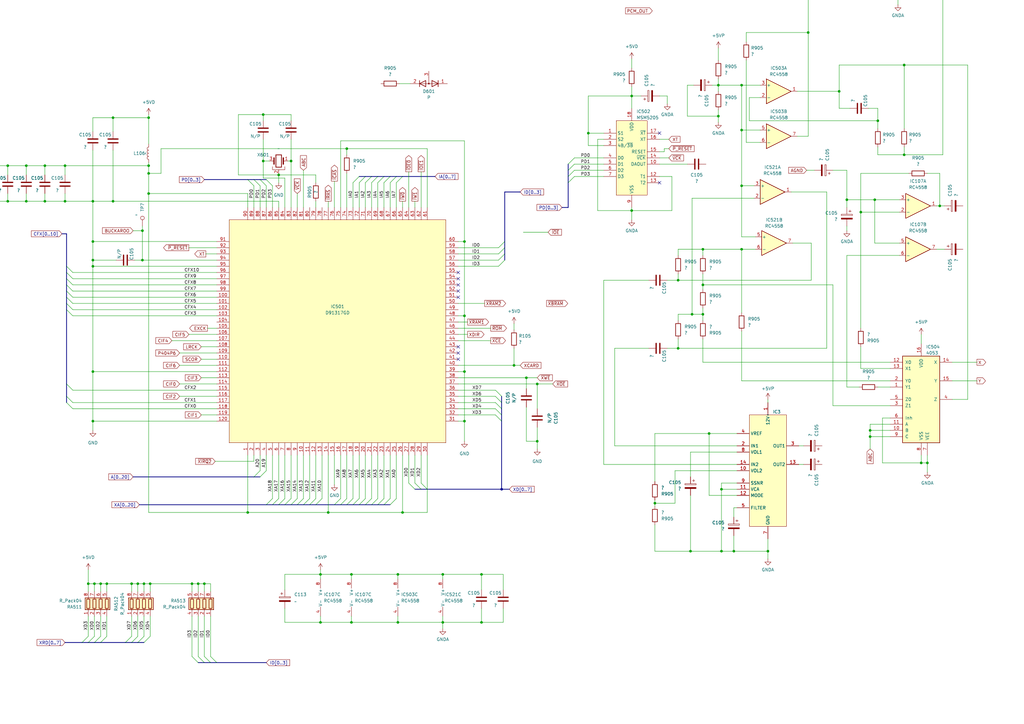
<source format=kicad_sch>
(kicad_sch (version 20230121) (generator eeschema)
  (paper "A3")
  (junction (at 344.17 37.465))
  (junction (at 181.61 255.27))
  (junction (at 107.95 66.04))
  (junction (at 450.215 93.345))
  (junction (at 490.855 58.42))
  (junction (at 46.355 82.55))
  (junction (at 144.145 255.27))
  (junction (at 331.47 13.335))
  (junction (at 91.44 -16.51))
  (junction (at 294.64 34.925))
  (junction (at 144.145 235.585))
  (junction (at 283.21 226.06))
  (junction (at 114.3 71.755))
  (junction (at 43.815 239.395))
  (junction (at 38.1 82.55))
  (junction (at 220.345 157.48))
  (junction (at 510.54 118.745))
  (junction (at 295.91 200.66))
  (junction (at 278.13 142.875))
  (junction (at -37.465 67.945))
  (junction (at 441.96 125.73))
  (junction (at 385.445 84.455))
  (junction (at 59.055 239.395))
  (junction (at 197.485 255.27))
  (junction (at 18.415 82.55))
  (junction (at 163.195 235.585))
  (junction (at 304.165 34.925))
  (junction (at 60.96 79.375))
  (junction (at 370.84 26.67))
  (junction (at 38.1 172.72))
  (junction (at 58.42 94.615))
  (junction (at 38.1 152.4))
  (junction (at 259.08 86.36))
  (junction (at 3.175 82.55))
  (junction (at 283.845 128.905))
  (junction (at 46.355 48.26))
  (junction (at 38.735 239.395))
  (junction (at -23.495 82.55))
  (junction (at 20.32 -45.72))
  (junction (at 241.3 54.61))
  (junction (at 61.595 239.395))
  (junction (at 3.175 67.945))
  (junction (at 259.08 39.37))
  (junction (at 370.84 63.5))
  (junction (at -43.815 82.55))
  (junction (at 119.38 66.04))
  (junction (at 83.82 239.395))
  (junction (at 107.95 46.99))
  (junction (at 347.345 81.915))
  (junction (at 438.15 137.16))
  (junction (at -55.88 67.945))
  (junction (at 210.82 149.86))
  (junction (at 48.26 -45.72))
  (junction (at -37.465 82.55))
  (junction (at 78.74 239.395))
  (junction (at 60.96 48.26))
  (junction (at 38.1 106.68))
  (junction (at 380.365 189.865))
  (junction (at 288.29 116.84))
  (junction (at 377.825 189.865))
  (junction (at -16.51 67.945))
  (junction (at 490.855 55.245))
  (junction (at 190.5 99.06))
  (junction (at 356.87 176.53))
  (junction (at 290.83 177.8))
  (junction (at 50.8 -45.72))
  (junction (at 81.28 239.395))
  (junction (at 53.975 239.395))
  (junction (at 22.86 -45.72))
  (junction (at 461.01 153.035))
  (junction (at -4.445 82.55))
  (junction (at 25.4 -45.72))
  (junction (at 27.94 -45.72))
  (junction (at 110.49 -16.51))
  (junction (at -43.815 67.945))
  (junction (at 56.515 239.395))
  (junction (at 10.795 82.55))
  (junction (at 134.62 210.185))
  (junction (at 165.1 210.185))
  (junction (at 190.5 129.54))
  (junction (at 386.715 -2.54))
  (junction (at 304.165 102.235))
  (junction (at 438.15 139.7))
  (junction (at 288.29 128.905))
  (junction (at 197.485 235.585))
  (junction (at 68.58 -5.715))
  (junction (at 36.195 239.395))
  (junction (at 205.74 200.66))
  (junction (at 294.64 47.625))
  (junction (at -23.495 67.945))
  (junction (at 288.29 102.235))
  (junction (at 295.91 226.06))
  (junction (at 26.67 82.55))
  (junction (at 86.36 -16.51))
  (junction (at -16.51 82.55))
  (junction (at 58.42 106.68))
  (junction (at 314.96 226.06))
  (junction (at 356.87 179.07))
  (junction (at 220.345 180.975))
  (junction (at 190.5 152.4))
  (junction (at 278.13 114.935))
  (junction (at 60.96 71.12))
  (junction (at 45.72 -45.72))
  (junction (at 304.165 53.34))
  (junction (at 113.03 -16.51))
  (junction (at -4.445 67.945))
  (junction (at 10.795 67.945))
  (junction (at 441.96 132.08))
  (junction (at 490.855 48.26))
  (junction (at 358.775 81.915))
  (junction (at 353.06 86.995))
  (junction (at 26.67 67.945))
  (junction (at 181.61 235.585))
  (junction (at 300.99 226.06))
  (junction (at 115.57 -16.51))
  (junction (at 18.415 67.945))
  (junction (at 41.275 239.395))
  (junction (at 88.9 -16.51))
  (junction (at 163.195 255.27))
  (junction (at 215.9 154.94))
  (junction (at 131.445 255.27))
  (junction (at -30.48 82.55))
  (junction (at 142.24 60.96))
  (junction (at 38.1 99.06))
  (junction (at 268.605 206.375))
  (junction (at 360.045 49.53))
  (junction (at 118.11 -16.51))
  (junction (at 101.6 210.185))
  (junction (at -30.48 67.945))
  (junction (at 131.445 235.585))
  (junction (at 474.98 55.245))
  (junction (at 190.5 172.72))
  (junction (at 60.96 67.945))
  (junction (at 304.165 76.2))
  (junction (at 38.1 109.22))
  (no_connect (at 187.96 111.76))
  (no_connect (at 187.96 116.84))
  (no_connect (at 270.51 74.93))
  (no_connect (at 187.96 114.3))
  (no_connect (at 270.51 54.61))
  (no_connect (at 187.96 144.78))
  (no_connect (at 187.96 119.38))
  (no_connect (at 187.96 121.92))
  (no_connect (at 187.96 147.32))
  (no_connect (at 187.96 142.24))
  (bus_entry (at 36.195 263.525) (size 2.54 -2.54))
  (bus_entry (at 88.9 -45.085) (size 2.54 2.54))
  (bus_entry (at 157.48 204.47) (size -2.54 2.54))
  (bus_entry (at 170.18 198.12) (size 2.54 2.54))
  (bus_entry (at 109.22 73.66) (size 2.54 2.54))
  (bus_entry (at 144.78 204.47) (size -2.54 2.54))
  (bus_entry (at 27.305 124.46) (size 2.54 2.54))
  (bus_entry (at 147.32 74.93) (size 2.54 -2.54))
  (bus_entry (at 86.36 269.24) (size 2.54 2.54))
  (bus_entry (at 116.84 204.47) (size -2.54 2.54))
  (bus_entry (at 160.02 204.47) (size -2.54 2.54))
  (bus_entry (at 203.2 162.56) (size 2.54 2.54))
  (bus_entry (at 152.4 204.47) (size -2.54 2.54))
  (bus_entry (at 204.47 101.6) (size 2.54 -2.54))
  (bus_entry (at 104.14 73.66) (size 2.54 2.54))
  (bus_entry (at 203.2 160.02) (size 2.54 2.54))
  (bus_entry (at 162.56 74.93) (size 2.54 -2.54))
  (bus_entry (at 114.3 204.47) (size -2.54 2.54))
  (bus_entry (at 204.47 109.22) (size 2.54 -2.54))
  (bus_entry (at 106.68 73.66) (size 2.54 2.54))
  (bus_entry (at 27.305 114.3) (size 2.54 2.54))
  (bus_entry (at 22.86 -8.255) (size 2.54 2.54))
  (bus_entry (at 129.54 204.47) (size -2.54 2.54))
  (bus_entry (at 106.68 193.04) (size -2.54 2.54))
  (bus_entry (at 132.08 204.47) (size -2.54 2.54))
  (bus_entry (at 167.64 198.12) (size 2.54 2.54))
  (bus_entry (at 86.36 -45.085) (size 2.54 2.54))
  (bus_entry (at 149.86 74.93) (size 2.54 -2.54))
  (bus_entry (at 127 204.47) (size -2.54 2.54))
  (bus_entry (at 78.74 269.24) (size 2.54 2.54))
  (bus_entry (at 38.735 263.525) (size 2.54 -2.54))
  (bus_entry (at 27.305 116.84) (size 2.54 2.54))
  (bus_entry (at 204.47 106.68) (size 2.54 -2.54))
  (bus_entry (at 51.435 263.525) (size 2.54 -2.54))
  (bus_entry (at 233.045 67.31) (size 2.54 -2.54))
  (bus_entry (at 157.48 74.93) (size 2.54 -2.54))
  (bus_entry (at 27.305 157.48) (size 2.54 2.54))
  (bus_entry (at 233.045 72.39) (size 2.54 -2.54))
  (bus_entry (at 121.92 204.47) (size -2.54 2.54))
  (bus_entry (at 83.82 -45.085) (size 2.54 2.54))
  (bus_entry (at 110.49 -45.085) (size 2.54 2.54))
  (bus_entry (at 111.76 204.47) (size -2.54 2.54))
  (bus_entry (at 203.2 165.1) (size 2.54 2.54))
  (bus_entry (at 160.02 74.93) (size 2.54 -2.54))
  (bus_entry (at 154.94 204.47) (size -2.54 2.54))
  (bus_entry (at 203.2 167.64) (size 2.54 2.54))
  (bus_entry (at 139.7 204.47) (size -2.54 2.54))
  (bus_entry (at 83.82 269.24) (size 2.54 2.54))
  (bus_entry (at 33.655 263.525) (size 2.54 -2.54))
  (bus_entry (at 233.045 69.85) (size 2.54 -2.54))
  (bus_entry (at 144.78 74.93) (size 2.54 -2.54))
  (bus_entry (at 27.305 121.92) (size 2.54 2.54))
  (bus_entry (at 149.86 204.47) (size -2.54 2.54))
  (bus_entry (at 204.47 104.14) (size 2.54 -2.54))
  (bus_entry (at 152.4 74.93) (size 2.54 -2.54))
  (bus_entry (at 81.28 -45.085) (size 2.54 2.54))
  (bus_entry (at 113.03 -45.085) (size 2.54 2.54))
  (bus_entry (at 124.46 204.47) (size -2.54 2.54))
  (bus_entry (at 119.38 204.47) (size -2.54 2.54))
  (bus_entry (at 154.94 74.93) (size 2.54 -2.54))
  (bus_entry (at 56.515 263.525) (size 2.54 -2.54))
  (bus_entry (at 27.305 111.76) (size 2.54 2.54))
  (bus_entry (at 81.28 269.24) (size 2.54 2.54))
  (bus_entry (at 27.305 119.38) (size 2.54 2.54))
  (bus_entry (at 162.56 204.47) (size -2.54 2.54))
  (bus_entry (at 53.975 263.525) (size 2.54 -2.54))
  (bus_entry (at 50.8 -8.255) (size 2.54 2.54))
  (bus_entry (at 27.305 165.1) (size 2.54 2.54))
  (bus_entry (at 115.57 -45.085) (size 2.54 2.54))
  (bus_entry (at 27.305 162.56) (size 2.54 2.54))
  (bus_entry (at 27.305 127) (size 2.54 2.54))
  (bus_entry (at 59.055 263.525) (size 2.54 -2.54))
  (bus_entry (at 41.275 263.525) (size 2.54 -2.54))
  (bus_entry (at 27.305 109.22) (size 2.54 2.54))
  (bus_entry (at 101.6 73.66) (size 2.54 2.54))
  (bus_entry (at 109.22 193.04) (size -2.54 2.54))
  (bus_entry (at 147.32 204.47) (size -2.54 2.54))
  (bus_entry (at 142.24 204.47) (size -2.54 2.54))
  (bus_entry (at 233.045 74.93) (size 2.54 -2.54))
  (bus_entry (at 107.95 -45.085) (size 2.54 2.54))
  (bus_entry (at 172.72 198.12) (size 2.54 2.54))
  (bus_entry (at 203.2 170.18) (size 2.54 2.54))
  (wire (pts (xy 86.36 -16.51) (xy 86.36 -19.685)))
  (wire (pts (xy 311.785 34.925) (xy 304.165 34.925)))
  (wire (pts (xy 187.96 165.1) (xy 203.2 165.1)))
  (wire (pts (xy 142.24 60.96) (xy 142.24 63.5)))
  (wire (pts (xy 266.065 142.875) (xy 252.095 142.875)))
  (wire (pts (xy 283.21 185.42) (xy 283.21 195.58)))
  (wire (pts (xy 60.96 71.12) (xy 60.96 67.945)))
  (bus (pts (xy 127 207.01) (xy 129.54 207.01)))
  (wire (pts (xy 386.715 -32.385) (xy 331.47 -32.385)))
  (wire (pts (xy 131.445 255.27) (xy 144.145 255.27)))
  (wire (pts (xy 147.32 74.93) (xy 147.32 85.09)))
  (wire (pts (xy 384.175 84.455) (xy 385.445 84.455)))
  (wire (pts (xy 434.34 139.7) (xy 438.15 139.7)))
  (wire (pts (xy 332.74 114.935) (xy 332.74 99.695)))
  (wire (pts (xy 53.34 -45.72) (xy 53.34 -42.545)))
  (wire (pts (xy 300.99 226.06) (xy 314.96 226.06)))
  (wire (pts (xy 137.16 74.295) (xy 137.16 85.09)))
  (wire (pts (xy 361.95 189.865) (xy 377.825 189.865)))
  (wire (pts (xy 82.55 147.32) (xy 88.9 147.32)))
  (wire (pts (xy 187.96 99.06) (xy 190.5 99.06)))
  (wire (pts (xy 302.26 182.88) (xy 252.095 182.88)))
  (wire (pts (xy 360.045 63.5) (xy 370.84 63.5)))
  (wire (pts (xy 124.46 186.69) (xy 124.46 204.47)))
  (wire (pts (xy 304.165 102.235) (xy 304.165 128.27)))
  (wire (pts (xy 77.47 101.6) (xy 88.9 101.6)))
  (wire (pts (xy 144.78 186.69) (xy 144.78 204.47)))
  (wire (pts (xy 86.36 239.395) (xy 86.36 242.57)))
  (wire (pts (xy 490.855 58.42) (xy 490.855 55.245)))
  (wire (pts (xy 448.31 93.345) (xy 450.215 93.345)))
  (wire (pts (xy 275.59 86.36) (xy 275.59 72.39)))
  (bus (pts (xy 36.195 263.525) (xy 38.735 263.525)))
  (wire (pts (xy 36.195 239.395) (xy 36.195 242.57)))
  (wire (pts (xy 304.165 102.235) (xy 309.88 102.235)))
  (bus (pts (xy 170.18 200.66) (xy 172.72 200.66)))
  (wire (pts (xy 36.195 233.68) (xy 36.195 239.395)))
  (wire (pts (xy 360.045 158.75) (xy 365.125 158.75)))
  (wire (pts (xy 294.64 34.925) (xy 292.1 34.925)))
  (bus (pts (xy 27.305 111.76) (xy 27.305 114.3)))
  (wire (pts (xy 341.63 116.84) (xy 341.63 166.37)))
  (wire (pts (xy 485.775 40.005) (xy 493.395 40.005)))
  (wire (pts (xy 38.1 48.26) (xy 38.1 53.975)))
  (wire (pts (xy 204.47 109.22) (xy 187.96 109.22)))
  (wire (pts (xy 26.67 82.55) (xy 38.1 82.55)))
  (wire (pts (xy 41.275 239.395) (xy 38.735 239.395)))
  (wire (pts (xy 165.1 82.55) (xy 165.1 85.09)))
  (wire (pts (xy 18.415 67.945) (xy 26.67 67.945)))
  (bus (pts (xy 27.305 121.92) (xy 27.305 124.46)))
  (wire (pts (xy 187.96 129.54) (xy 190.5 129.54)))
  (wire (pts (xy 60.96 46.99) (xy 60.96 48.26)))
  (wire (pts (xy 134.62 210.185) (xy 101.6 210.185)))
  (wire (pts (xy 147.32 186.69) (xy 147.32 204.47)))
  (bus (pts (xy 110.49 -45.085) (xy 107.95 -45.085)))
  (wire (pts (xy 134.62 82.55) (xy 134.62 85.09)))
  (wire (pts (xy 474.98 55.245) (xy 474.98 48.26)))
  (wire (pts (xy 107.95 66.04) (xy 110.49 66.04)))
  (wire (pts (xy 288.29 112.395) (xy 288.29 116.84)))
  (wire (pts (xy 111.76 186.69) (xy 111.76 204.47)))
  (wire (pts (xy 396.875 26.67) (xy 370.84 26.67)))
  (wire (pts (xy 331.47 13.335) (xy 306.07 13.335)))
  (wire (pts (xy 29.845 111.76) (xy 88.9 111.76)))
  (bus (pts (xy 33.655 263.525) (xy 36.195 263.525)))
  (wire (pts (xy 306.07 13.335) (xy 306.07 17.145)))
  (wire (pts (xy 368.3 1.905) (xy 368.3 -2.54)))
  (wire (pts (xy 302.26 193.04) (xy 276.86 193.04)))
  (wire (pts (xy 220.345 180.975) (xy 220.345 184.15)))
  (wire (pts (xy 144.145 235.585) (xy 163.195 235.585)))
  (bus (pts (xy 157.48 72.39) (xy 160.02 72.39)))
  (wire (pts (xy 259.08 85.09) (xy 259.08 86.36)))
  (wire (pts (xy 175.26 200.66) (xy 175.26 210.185)))
  (wire (pts (xy 38.735 239.395) (xy 38.735 242.57)))
  (bus (pts (xy 124.46 207.01) (xy 127 207.01)))
  (wire (pts (xy 144.78 74.93) (xy 144.78 85.09)))
  (wire (pts (xy 38.1 106.68) (xy 38.1 109.22)))
  (wire (pts (xy 142.24 186.69) (xy 142.24 204.47)))
  (wire (pts (xy 220.345 180.975) (xy 215.9 180.975)))
  (wire (pts (xy 272.415 62.23) (xy 272.415 60.96)))
  (wire (pts (xy 107.95 46.99) (xy 107.95 49.53)))
  (wire (pts (xy 20.32 -45.72) (xy 22.86 -45.72)))
  (wire (pts (xy 519.43 105.41) (xy 519.43 107.95)))
  (wire (pts (xy 170.18 186.69) (xy 170.18 198.12)))
  (wire (pts (xy 22.86 -45.72) (xy 25.4 -45.72)))
  (wire (pts (xy 295.91 200.66) (xy 295.91 198.12)))
  (wire (pts (xy 129.54 71.755) (xy 129.54 74.93)))
  (wire (pts (xy 276.86 193.04) (xy 276.86 206.375)))
  (wire (pts (xy 3.175 67.945) (xy 10.795 67.945)))
  (bus (pts (xy 68.58 -5.715) (xy 93.345 -5.715)))
  (bus (pts (xy 27.305 116.84) (xy 27.305 119.38)))
  (wire (pts (xy 152.4 186.69) (xy 152.4 204.47)))
  (wire (pts (xy 162.56 74.93) (xy 162.56 85.09)))
  (wire (pts (xy 247.65 114.935) (xy 266.065 114.935)))
  (wire (pts (xy 204.47 101.6) (xy 187.96 101.6)))
  (wire (pts (xy 46.355 48.26) (xy 46.355 53.975)))
  (wire (pts (xy 241.3 54.61) (xy 241.3 39.37)))
  (wire (pts (xy 444.5 132.08) (xy 441.96 132.08)))
  (wire (pts (xy 288.29 116.84) (xy 288.29 118.745)))
  (wire (pts (xy 444.5 143.51) (xy 441.96 143.51)))
  (wire (pts (xy 309.88 97.155) (xy 304.165 97.155)))
  (wire (pts (xy 60.96 48.26) (xy 46.355 48.26)))
  (wire (pts (xy 38.1 106.68) (xy 47.625 106.68)))
  (wire (pts (xy 38.1 172.72) (xy 38.1 176.53)))
  (bus (pts (xy 207.01 101.6) (xy 207.01 104.14)))
  (bus (pts (xy 27.305 119.38) (xy 27.305 121.92)))
  (wire (pts (xy 278.13 142.875) (xy 278.13 139.065)))
  (wire (pts (xy 187.96 162.56) (xy 203.2 162.56)))
  (wire (pts (xy 97.79 71.755) (xy 97.79 46.99)))
  (wire (pts (xy 29.845 119.38) (xy 88.9 119.38)))
  (wire (pts (xy 119.38 85.09) (xy 119.38 66.04)))
  (wire (pts (xy 36.195 260.985) (xy 36.195 252.73)))
  (wire (pts (xy -55.88 67.945) (xy -43.815 67.945)))
  (bus (pts (xy 142.24 207.01) (xy 139.7 207.01)))
  (wire (pts (xy 60.96 79.375) (xy 60.96 71.12)))
  (wire (pts (xy 386.715 -2.54) (xy 386.715 -5.08)))
  (wire (pts (xy 50.8 -32.385) (xy 50.8 -8.255)))
  (wire (pts (xy 41.275 239.395) (xy 41.275 242.57)))
  (wire (pts (xy 270.51 64.77) (xy 274.32 64.77)))
  (wire (pts (xy 268.605 197.485) (xy 268.605 177.8)))
  (wire (pts (xy 190.5 172.72) (xy 190.5 180.975)))
  (wire (pts (xy 181.61 255.27) (xy 181.61 257.81)))
  (wire (pts (xy 38.1 109.22) (xy 88.9 109.22)))
  (wire (pts (xy -4.445 82.55) (xy 3.175 82.55)))
  (wire (pts (xy 210.82 132.715) (xy 210.82 135.255)))
  (wire (pts (xy 163.195 255.27) (xy 163.195 252.73)))
  (bus (pts (xy 86.36 271.78) (xy 83.82 271.78)))
  (wire (pts (xy 187.96 139.7) (xy 201.295 139.7)))
  (wire (pts (xy 45.72 -32.385) (xy 45.72 -29.21)))
  (wire (pts (xy 370.84 63.5) (xy 386.715 63.5)))
  (wire (pts (xy 390.525 156.21) (xy 400.685 156.21)))
  (wire (pts (xy 486.41 127.635) (xy 492.76 127.635)))
  (wire (pts (xy 358.775 81.915) (xy 358.775 99.695)))
  (wire (pts (xy -23.495 67.945) (xy -23.495 71.755)))
  (wire (pts (xy 268.605 215.265) (xy 268.605 226.06)))
  (wire (pts (xy 304.165 53.34) (xy 311.785 53.34)))
  (wire (pts (xy 22.86 -45.72) (xy 22.86 -42.545)))
  (wire (pts (xy -43.815 67.945) (xy -43.815 71.755)))
  (wire (pts (xy 187.96 160.02) (xy 203.2 160.02)))
  (wire (pts (xy 474.98 55.245) (xy 478.155 55.245)))
  (wire (pts (xy 220.345 157.48) (xy 220.345 167.64)))
  (wire (pts (xy 288.29 128.905) (xy 288.29 126.365)))
  (wire (pts (xy 288.29 148.59) (xy 288.29 139.065)))
  (wire (pts (xy 86.36 -29.845) (xy 86.36 -42.545)))
  (wire (pts (xy 306.07 24.765) (xy 306.07 58.42)))
  (bus (pts (xy 68.58 -45.085) (xy 68.58 -5.715)))
  (wire (pts (xy 115.57 -29.845) (xy 115.57 -42.545)))
  (wire (pts (xy 107.95 73.025) (xy 107.95 66.04)))
  (wire (pts (xy 459.105 93.345) (xy 461.01 93.345)))
  (wire (pts (xy 53.975 239.395) (xy 43.815 239.395)))
  (wire (pts (xy 304.165 97.155) (xy 304.165 76.2)))
  (wire (pts (xy 97.79 46.99) (xy 107.95 46.99)))
  (wire (pts (xy 295.91 200.66) (xy 295.91 226.06)))
  (wire (pts (xy 488.315 142.875) (xy 488.315 146.05)))
  (wire (pts (xy 386.715 -26.035) (xy 386.715 -32.385)))
  (wire (pts (xy 241.3 39.37) (xy 259.08 39.37)))
  (wire (pts (xy 490.855 48.26) (xy 490.855 55.245)))
  (bus (pts (xy 149.86 207.01) (xy 147.32 207.01)))
  (wire (pts (xy 380.365 189.865) (xy 380.365 193.675)))
  (wire (pts (xy -43.815 79.375) (xy -43.815 82.55)))
  (wire (pts (xy 245.11 57.15) (xy 245.11 86.36)))
  (wire (pts (xy 259.08 24.13) (xy 259.08 27.94)))
  (bus (pts (xy 172.72 200.66) (xy 175.26 200.66)))
  (wire (pts (xy 81.28 269.24) (xy 81.28 252.73)))
  (bus (pts (xy 86.36 -45.085) (xy 83.82 -45.085)))
  (wire (pts (xy 302.26 208.28) (xy 300.99 208.28)))
  (wire (pts (xy 58.42 94.615) (xy 58.42 106.68)))
  (wire (pts (xy 73.66 144.78) (xy 88.9 144.78)))
  (wire (pts (xy 488.315 146.05) (xy 493.395 146.05)))
  (wire (pts (xy 358.775 81.915) (xy 347.345 81.915)))
  (wire (pts (xy 519.43 148.59) (xy 519.43 145.415)))
  (wire (pts (xy 157.48 74.93) (xy 157.48 85.09)))
  (wire (pts (xy 281.94 47.625) (xy 294.64 47.625)))
  (bus (pts (xy 137.16 207.01) (xy 139.7 207.01)))
  (wire (pts (xy 187.96 149.86) (xy 210.82 149.86)))
  (wire (pts (xy 114.3 71.755) (xy 114.3 74.93)))
  (wire (pts (xy 78.74 269.24) (xy 78.74 252.73)))
  (bus (pts (xy 207.01 99.06) (xy 207.01 101.6)))
  (wire (pts (xy 91.44 -19.685) (xy 91.44 -16.51)))
  (wire (pts (xy 127 186.69) (xy 127 204.47)))
  (wire (pts (xy 235.585 64.77) (xy 247.65 64.77)))
  (wire (pts (xy 455.295 125.73) (xy 452.12 125.73)))
  (wire (pts (xy 259.08 86.36) (xy 275.59 86.36)))
  (wire (pts (xy 365.125 148.59) (xy 288.29 148.59)))
  (bus (pts (xy 233.045 67.31) (xy 233.045 69.85)))
  (wire (pts (xy 314.96 226.06) (xy 314.96 229.235)))
  (wire (pts (xy 268.605 206.375) (xy 268.605 207.645)))
  (wire (pts (xy 485.775 37.465) (xy 493.395 37.465)))
  (wire (pts (xy 38.1 61.595) (xy 38.1 82.55)))
  (wire (pts (xy 438.15 129.54) (xy 434.34 129.54)))
  (wire (pts (xy 29.845 167.64) (xy 88.9 167.64)))
  (bus (pts (xy 41.275 263.525) (xy 51.435 263.525)))
  (wire (pts (xy 110.49 -16.51) (xy 110.49 -19.685)))
  (wire (pts (xy 380.365 189.865) (xy 377.825 189.865)))
  (wire (pts (xy 294.64 19.685) (xy 294.64 24.765)))
  (wire (pts (xy 490.855 58.42) (xy 474.98 58.42)))
  (wire (pts (xy 26.67 67.945) (xy 60.96 67.945)))
  (wire (pts (xy -55.88 82.55) (xy -43.815 82.55)))
  (wire (pts (xy 311.785 58.42) (xy 306.07 58.42)))
  (wire (pts (xy 113.03 -16.51) (xy 110.49 -16.51)))
  (wire (pts (xy 101.6 79.375) (xy 101.6 85.09)))
  (wire (pts (xy 20.32 -32.385) (xy 20.32 -20.955)))
  (wire (pts (xy 110.49 -16.51) (xy 91.44 -16.51)))
  (wire (pts (xy 314.96 226.06) (xy 314.96 220.98)))
  (wire (pts (xy 115.57 -16.51) (xy 115.57 -19.685)))
  (bus (pts (xy 157.48 207.01) (xy 154.94 207.01)))
  (wire (pts (xy 288.29 102.235) (xy 288.29 104.775)))
  (wire (pts (xy 59.055 239.395) (xy 59.055 242.57)))
  (bus (pts (xy 81.28 -45.085) (xy 68.58 -45.085)))
  (wire (pts (xy 61.595 242.57) (xy 61.595 239.395)))
  (wire (pts (xy 268.605 226.06) (xy 283.21 226.06)))
  (wire (pts (xy 43.815 239.395) (xy 43.815 242.57)))
  (wire (pts (xy -37.465 82.55) (xy -30.48 82.55)))
  (wire (pts (xy 452.12 132.08) (xy 488.315 132.08)))
  (bus (pts (xy 88.9 -45.085) (xy 86.36 -45.085)))
  (wire (pts (xy 220.345 157.48) (xy 226.695 157.48)))
  (wire (pts (xy 88.9 -29.845) (xy 88.9 -42.545)))
  (wire (pts (xy 45.72 -42.545) (xy 45.72 -45.72)))
  (wire (pts (xy 83.82 -16.51) (xy 83.82 -19.685)))
  (wire (pts (xy -23.495 82.55) (xy -16.51 82.55)))
  (wire (pts (xy 488.315 121.285) (xy 486.41 121.285)))
  (wire (pts (xy 215.9 154.94) (xy 215.9 159.385)))
  (wire (pts (xy 56.515 239.395) (xy 56.515 242.57)))
  (wire (pts (xy 114.3 71.755) (xy 129.54 71.755)))
  (wire (pts (xy 61.595 239.395) (xy 59.055 239.395)))
  (wire (pts (xy 438.15 125.73) (xy 438.15 129.54)))
  (wire (pts (xy 139.7 57.785) (xy 139.7 85.09)))
  (wire (pts (xy -4.445 67.945) (xy -4.445 71.755)))
  (wire (pts (xy 314.96 163.83) (xy 314.96 165.1)))
  (wire (pts (xy 46.355 82.55) (xy 38.1 82.55)))
  (wire (pts (xy 175.26 85.09) (xy 175.26 60.96)))
  (wire (pts (xy 60.96 48.26) (xy 60.96 59.055)))
  (bus (pts (xy 104.14 195.58) (xy 106.68 195.58)))
  (wire (pts (xy 61.595 239.395) (xy 78.74 239.395)))
  (wire (pts (xy 190.5 129.54) (xy 190.5 152.4)))
  (wire (pts (xy 500.38 127.635) (xy 510.54 127.635)))
  (wire (pts (xy 73.66 162.56) (xy 88.9 162.56)))
  (wire (pts (xy 10.795 67.945) (xy 18.415 67.945)))
  (wire (pts (xy -30.48 67.945) (xy -23.495 67.945)))
  (wire (pts (xy 83.82 239.395) (xy 83.82 242.57)))
  (wire (pts (xy 187.96 137.16) (xy 191.77 137.16)))
  (wire (pts (xy 444.5 114.3) (xy 441.96 114.3)))
  (bus (pts (xy 119.38 207.01) (xy 116.84 207.01)))
  (bus (pts (xy 106.68 73.66) (xy 109.22 73.66)))
  (wire (pts (xy 370.84 26.67) (xy 344.17 26.67)))
  (wire (pts (xy 302.26 185.42) (xy 283.21 185.42)))
  (wire (pts (xy 360.045 60.325) (xy 360.045 63.5)))
  (wire (pts (xy 107.95 57.15) (xy 107.95 66.04)))
  (wire (pts (xy 144.145 235.585) (xy 144.145 237.49)))
  (wire (pts (xy 29.845 160.02) (xy 88.9 160.02)))
  (wire (pts (xy 438.15 137.16) (xy 434.34 137.16)))
  (wire (pts (xy 295.91 226.06) (xy 300.99 226.06)))
  (wire (pts (xy 163.83 34.29) (xy 168.275 34.29)))
  (wire (pts (xy 10.795 67.945) (xy 10.795 71.755)))
  (wire (pts (xy 181.61 235.585) (xy 181.61 237.49)))
  (wire (pts (xy 270.51 67.31) (xy 281.94 67.31)))
  (wire (pts (xy 295.91 198.12) (xy 302.26 198.12)))
  (wire (pts (xy 356.87 176.53) (xy 356.87 179.07)))
  (wire (pts (xy -61.595 67.945) (xy -55.88 67.945)))
  (bus (pts (xy 54.61 195.58) (xy 104.14 195.58)))
  (wire (pts (xy 474.98 58.42) (xy 474.98 55.245)))
  (wire (pts (xy 3.175 67.945) (xy 3.175 71.755)))
  (wire (pts (xy 347.345 69.85) (xy 347.345 81.915)))
  (bus (pts (xy 233.045 72.39) (xy 233.045 74.93)))
  (wire (pts (xy 368.3 -2.54) (xy 371.475 -2.54)))
  (wire (pts (xy 281.94 34.925) (xy 281.94 47.625)))
  (wire (pts (xy 247.65 190.5) (xy 247.65 114.935)))
  (wire (pts (xy 190.5 152.4) (xy 190.5 172.72)))
  (wire (pts (xy 294.64 47.625) (xy 294.64 50.165)))
  (wire (pts (xy 441.96 125.73) (xy 438.15 125.73)))
  (wire (pts (xy 204.47 104.14) (xy 187.96 104.14)))
  (wire (pts (xy 167.64 70.485) (xy 167.64 85.09)))
  (bus (pts (xy 207.01 78.74) (xy 207.01 99.06)))
  (wire (pts (xy 20.32 -52.07) (xy 20.32 -45.72)))
  (wire (pts (xy 438.15 137.16) (xy 438.15 134.62)))
  (wire (pts (xy 113.03 -29.845) (xy 113.03 -42.545)))
  (wire (pts (xy -23.495 67.945) (xy -16.51 67.945)))
  (wire (pts (xy 38.1 152.4) (xy 38.1 172.72)))
  (wire (pts (xy 304.165 135.89) (xy 304.165 156.21)))
  (wire (pts (xy 118.11 -29.845) (xy 118.11 -42.545)))
  (wire (pts (xy 370.84 26.67) (xy 370.84 52.705)))
  (wire (pts (xy 73.66 149.86) (xy 88.9 149.86)))
  (wire (pts (xy 29.845 116.84) (xy 88.9 116.84)))
  (wire (pts (xy 88.9 -16.51) (xy 88.9 -19.685)))
  (wire (pts (xy 116.84 186.69) (xy 116.84 204.47)))
  (wire (pts (xy 197.485 235.585) (xy 206.375 235.585)))
  (wire (pts (xy 259.08 86.36) (xy 259.08 90.17)))
  (wire (pts (xy 46.355 61.595) (xy 46.355 82.55)))
  (wire (pts (xy 300.99 219.71) (xy 300.99 226.06)))
  (wire (pts (xy 347.345 104.775) (xy 368.935 104.775)))
  (wire (pts (xy 485.775 48.26) (xy 490.855 48.26)))
  (wire (pts (xy 119.38 49.53) (xy 119.38 46.99)))
  (wire (pts (xy 197.485 255.27) (xy 181.61 255.27)))
  (wire (pts (xy 386.715 63.5) (xy 386.715 -2.54)))
  (wire (pts (xy 356.87 173.99) (xy 356.87 176.53)))
  (wire (pts (xy 278.13 131.445) (xy 278.13 128.905)))
  (wire (pts (xy 327.66 190.5) (xy 329.565 190.5)))
  (wire (pts (xy -30.48 82.55) (xy -23.495 82.55)))
  (wire (pts (xy 327.025 55.88) (xy 331.47 55.88)))
  (wire (pts (xy 38.1 82.55) (xy 38.1 99.06)))
  (wire (pts (xy 210.82 142.875) (xy 210.82 149.86)))
  (wire (pts (xy 91.44 -29.845) (xy 91.44 -42.545)))
  (wire (pts (xy 46.355 48.26) (xy 38.1 48.26)))
  (wire (pts (xy 241.3 59.69) (xy 241.3 54.61)))
  (wire (pts (xy 365.125 151.13) (xy 353.06 151.13)))
  (wire (pts (xy 22.86 -32.385) (xy 22.86 -8.255)))
  (wire (pts (xy 347.345 158.75) (xy 347.345 104.775)))
  (wire (pts (xy 353.06 134.62) (xy 353.06 86.995)))
  (wire (pts (xy 302.26 177.8) (xy 290.83 177.8)))
  (wire (pts (xy 29.845 124.46) (xy 88.9 124.46)))
  (wire (pts (xy 85.09 134.62) (xy 88.9 134.62)))
  (wire (pts (xy 278.13 128.905) (xy 283.845 128.905)))
  (bus (pts (xy 160.02 207.01) (xy 157.48 207.01)))
  (wire (pts (xy 311.785 40.005) (xy 307.34 40.005)))
  (wire (pts (xy -4.445 67.945) (xy 3.175 67.945)))
  (wire (pts (xy 327.66 182.88) (xy 329.565 182.88)))
  (bus (pts (xy 205.74 172.72) (xy 205.74 200.66)))
  (wire (pts (xy 43.815 239.395) (xy 41.275 239.395)))
  (wire (pts (xy 283.845 128.905) (xy 283.845 81.28)))
  (wire (pts (xy 273.685 39.37) (xy 273.685 42.545)))
  (wire (pts (xy 461.01 161.925) (xy 461.01 153.035)))
  (wire (pts (xy 444.5 125.73) (xy 441.96 125.73)))
  (wire (pts (xy 339.09 142.875) (xy 278.13 142.875)))
  (bus (pts (xy 154.94 207.01) (xy 152.4 207.01)))
  (wire (pts (xy 490.855 60.325) (xy 490.855 58.42)))
  (wire (pts (xy 26.67 79.375) (xy 26.67 82.55)))
  (wire (pts (xy -30.48 67.945) (xy -30.48 71.755)))
  (wire (pts (xy 60.96 67.945) (xy 60.96 66.675)))
  (bus (pts (xy 111.76 207.01) (xy 109.22 207.01)))
  (wire (pts (xy 41.275 260.985) (xy 41.275 252.73)))
  (wire (pts (xy 54.61 94.615) (xy 58.42 94.615)))
  (wire (pts (xy 365.125 171.45) (xy 361.95 171.45)))
  (wire (pts (xy 116.84 255.27) (xy 131.445 255.27)))
  (wire (pts (xy 154.94 74.93) (xy 154.94 85.09)))
  (bus (pts (xy 57.15 207.01) (xy 109.22 207.01)))
  (wire (pts (xy 118.11 -16.51) (xy 115.57 -16.51)))
  (wire (pts (xy -16.51 79.375) (xy -16.51 82.55)))
  (wire (pts (xy 131.445 235.585) (xy 144.145 235.585)))
  (wire (pts (xy 461.01 153.035) (xy 466.09 153.035)))
  (wire (pts (xy 294.64 32.385) (xy 294.64 34.925)))
  (bus (pts (xy 207.01 104.14) (xy 207.01 106.68)))
  (wire (pts (xy 165.1 210.185) (xy 134.62 210.185)))
  (bus (pts (xy 121.92 207.01) (xy 124.46 207.01)))
  (wire (pts (xy 20.32 -42.545) (xy 20.32 -45.72)))
  (wire (pts (xy 38.1 152.4) (xy 88.9 152.4)))
  (wire (pts (xy 48.26 -45.72) (xy 50.8 -45.72)))
  (wire (pts (xy -55.88 79.375) (xy -55.88 82.55)))
  (wire (pts (xy 344.17 26.67) (xy 344.17 37.465)))
  (wire (pts (xy 190.5 99.06) (xy 190.5 57.785)))
  (wire (pts (xy 294.64 34.925) (xy 294.64 37.465)))
  (wire (pts (xy 104.14 76.2) (xy 104.14 85.09)))
  (wire (pts (xy 396.875 163.83) (xy 396.875 26.67)))
  (wire (pts (xy 131.445 233.68) (xy 131.445 235.585)))
  (wire (pts (xy 55.245 106.68) (xy 58.42 106.68)))
  (wire (pts (xy 27.94 -45.72) (xy 45.72 -45.72)))
  (wire (pts (xy 18.415 82.55) (xy 26.67 82.55)))
  (wire (pts (xy 519.43 135.255) (xy 519.43 137.795)))
  (wire (pts (xy 304.165 156.21) (xy 365.125 156.21)))
  (wire (pts (xy 53.975 260.985) (xy 53.975 252.73)))
  (wire (pts (xy 43.815 260.985) (xy 43.815 252.73)))
  (wire (pts (xy 379.095 -2.54) (xy 386.715 -2.54)))
  (bus (pts (xy 233.045 69.85) (xy 233.045 72.39)))
  (bus (pts (xy 25.4 -5.715) (xy 53.34 -5.715)))
  (wire (pts (xy 38.1 99.06) (xy 38.1 106.68)))
  (wire (pts (xy 307.34 49.53) (xy 360.045 49.53)))
  (bus (pts (xy 144.78 207.01) (xy 142.24 207.01)))
  (wire (pts (xy 235.585 72.39) (xy 247.65 72.39)))
  (wire (pts (xy 27.94 -32.385) (xy 27.94 -29.21)))
  (bus (pts (xy 205.74 200.66) (xy 208.915 200.66)))
  (wire (pts (xy -23.495 79.375) (xy -23.495 82.55)))
  (wire (pts (xy 56.515 239.395) (xy 53.975 239.395)))
  (wire (pts (xy 247.65 57.15) (xy 245.11 57.15)))
  (wire (pts (xy 142.24 60.96) (xy 175.26 60.96)))
  (wire (pts (xy 197.485 255.27) (xy 206.375 255.27)))
  (wire (pts (xy 522.605 105.41) (xy 519.43 105.41)))
  (wire (pts (xy 129.54 186.69) (xy 129.54 204.47)))
  (wire (pts (xy 26.67 67.945) (xy 26.67 71.755)))
  (wire (pts (xy 324.485 78.74) (xy 339.09 78.74)))
  (wire (pts (xy 167.64 186.69) (xy 167.64 198.12)))
  (wire (pts (xy -55.88 67.945) (xy -55.88 71.755)))
  (wire (pts (xy 77.47 137.16) (xy 88.9 137.16)))
  (wire (pts (xy 60.96 210.185) (xy 60.96 79.375)))
  (wire (pts (xy 88.9 -16.51) (xy 86.36 -16.51)))
  (wire (pts (xy 25.4 -32.385) (xy 25.4 -20.955)))
  (wire (pts (xy 86.36 269.24) (xy 86.36 252.73)))
  (wire (pts (xy 86.36 -16.51) (xy 83.82 -16.51)))
  (wire (pts (xy 290.83 177.8) (xy 290.83 203.2)))
  (wire (pts (xy 270.51 57.15) (xy 274.32 57.15)))
  (wire (pts (xy -37.465 79.375) (xy -37.465 82.55)))
  (wire (pts (xy 149.86 74.93) (xy 149.86 85.09)))
  (wire (pts (xy 116.84 73.025) (xy 107.95 73.025)))
  (bus (pts (xy 83.82 271.78) (xy 81.28 271.78)))
  (bus (pts (xy 162.56 72.39) (xy 165.1 72.39)))
  (wire (pts (xy 25.4 -45.72) (xy 27.94 -45.72)))
  (wire (pts (xy 508.635 148.59) (xy 519.43 148.59)))
  (wire (pts (xy 356.87 179.07) (xy 356.87 184.15)))
  (wire (pts (xy 365.125 173.99) (xy 356.87 173.99)))
  (wire (pts (xy 215.9 180.975) (xy 215.9 167.005)))
  (wire (pts (xy 58.42 92.71) (xy 58.42 94.615)))
  (wire (pts (xy 181.61 255.27) (xy 181.61 252.73)))
  (wire (pts (xy 461.01 93.345) (xy 461.01 96.52)))
  (wire (pts (xy 358.775 99.695) (xy 368.935 99.695)))
  (wire (pts (xy 111.76 76.2) (xy 111.76 85.09)))
  (bus (pts (xy 113.03 -45.085) (xy 110.49 -45.085)))
  (wire (pts (xy 344.17 37.465) (xy 344.17 44.45)))
  (wire (pts (xy 273.685 142.875) (xy 278.13 142.875)))
  (wire (pts (xy 275.59 72.39) (xy 270.51 72.39)))
  (wire (pts (xy 241.3 54.61) (xy 247.65 54.61)))
  (wire (pts (xy 121.92 79.375) (xy 121.92 85.09)))
  (wire (pts (xy 144.145 255.27) (xy 163.195 255.27)))
  (wire (pts (xy 503.555 118.745) (xy 510.54 118.745)))
  (wire (pts (xy 278.13 104.775) (xy 278.13 102.235)))
  (wire (pts (xy 247.65 59.69) (xy 241.3 59.69)))
  (wire (pts (xy 172.72 70.485) (xy 172.72 85.09)))
  (wire (pts (xy 441.96 143.51) (xy 441.96 132.08)))
  (bus (pts (xy 88.9 271.78) (xy 86.36 271.78)))
  (wire (pts (xy 181.61 255.27) (xy 163.195 255.27)))
  (bus (pts (xy 38.735 263.525) (xy 41.275 263.525)))
  (wire (pts (xy 206.375 235.585) (xy 206.375 241.935)))
  (wire (pts (xy 18.415 67.945) (xy 18.415 71.755)))
  (wire (pts (xy 82.55 170.18) (xy 88.9 170.18)))
  (wire (pts (xy 152.4 74.93) (xy 152.4 85.09)))
  (wire (pts (xy 353.06 71.12) (xy 353.06 86.995)))
  (wire (pts (xy 48.26 -45.72) (xy 48.26 -42.545)))
  (wire (pts (xy 360.045 49.53) (xy 360.045 52.705)))
  (wire (pts (xy 53.34 -32.385) (xy 53.34 -21.59)))
  (wire (pts (xy 332.74 99.695) (xy 325.12 99.695)))
  (wire (pts (xy 461.01 140.97) (xy 466.09 140.97)))
  (wire (pts (xy 78.74 239.395) (xy 78.74 242.57)))
  (wire (pts (xy 114.3 186.69) (xy 114.3 204.47)))
  (wire (pts (xy 215.9 154.94) (xy 220.345 154.94)))
  (wire (pts (xy 83.82 -29.845) (xy 83.82 -42.545)))
  (wire (pts (xy 29.845 129.54) (xy 88.9 129.54)))
  (wire (pts (xy 163.195 235.585) (xy 163.195 237.49)))
  (wire (pts (xy 259.08 39.37) (xy 262.89 39.37)))
  (wire (pts (xy 294.64 45.085) (xy 294.64 47.625)))
  (wire (pts (xy 307.34 40.005) (xy 307.34 49.53)))
  (wire (pts (xy 441.96 114.3) (xy 441.96 125.73)))
  (bus (pts (xy 106.68 73.66) (xy 104.14 73.66)))
  (wire (pts (xy 29.845 121.92) (xy 88.9 121.92)))
  (wire (pts (xy 106.68 76.2) (xy 106.68 85.09)))
  (wire (pts (xy 283.845 81.28) (xy 309.245 81.28)))
  (wire (pts (xy 290.83 203.2) (xy 302.26 203.2)))
  (wire (pts (xy 38.735 239.395) (xy 36.195 239.395)))
  (wire (pts (xy 119.38 186.69) (xy 119.38 204.47)))
  (wire (pts (xy 144.145 252.73) (xy 144.145 255.27)))
  (wire (pts (xy 522.605 135.255) (xy 519.43 135.255)))
  (wire (pts (xy 38.1 109.22) (xy 38.1 152.4)))
  (bus (pts (xy 115.57 -45.085) (xy 113.03 -45.085)))
  (wire (pts (xy 283.845 128.905) (xy 288.29 128.905)))
  (wire (pts (xy 278.13 102.235) (xy 288.29 102.235)))
  (wire (pts (xy 380.365 71.12) (xy 385.445 71.12)))
  (wire (pts (xy 270.51 39.37) (xy 273.685 39.37)))
  (wire (pts (xy 304.165 34.925) (xy 304.165 53.34)))
  (wire (pts (xy 91.44 -16.51) (xy 88.9 -16.51)))
  (wire (pts (xy 109.22 76.2) (xy 109.22 85.09)))
  (wire (pts (xy 438.15 139.7) (xy 438.15 137.16)))
  (wire (pts (xy 288.29 128.905) (xy 288.29 131.445)))
  (wire (pts (xy 53.975 239.395) (xy 53.975 242.57)))
  (bus (pts (xy 129.54 207.01) (xy 137.16 207.01)))
  (wire (pts (xy 131.445 252.73) (xy 131.445 255.27)))
  (wire (pts (xy 304.165 53.34) (xy 304.165 76.2)))
  (wire (pts (xy 288.29 116.84) (xy 341.63 116.84)))
  (wire (pts (xy 50.8 -45.72) (xy 53.34 -45.72)))
  (wire (pts (xy 347.345 81.915) (xy 347.345 85.09)))
  (wire (pts (xy 486.41 121.285) (xy 486.41 127.635)))
  (wire (pts (xy 390.525 148.59) (xy 400.685 148.59)))
  (bus (pts (xy 205.74 167.64) (xy 205.74 170.18)))
  (bus (pts (xy 27.305 127) (xy 27.305 157.48)))
  (wire (pts (xy 118.11 -16.51) (xy 118.11 -9.525)))
  (wire (pts (xy 84.455 104.14) (xy 88.9 104.14)))
  (wire (pts (xy 56.515 260.985) (xy 56.515 252.73)))
  (wire (pts (xy 187.96 152.4) (xy 190.5 152.4)))
  (wire (pts (xy 372.745 71.12) (xy 353.06 71.12)))
  (wire (pts (xy 510.54 127.635) (xy 510.54 118.745)))
  (wire (pts (xy 190.5 57.785) (xy 139.7 57.785)))
  (wire (pts (xy 66.04 60.96) (xy 142.24 60.96)))
  (wire (pts (xy 214.63 95.25) (xy 224.79 95.25)))
  (wire (pts (xy 235.585 67.31) (xy 247.65 67.31)))
  (bus (pts (xy 175.26 200.66) (xy 205.74 200.66)))
  (wire (pts (xy 245.11 86.36) (xy 259.08 86.36)))
  (wire (pts (xy 119.38 66.04) (xy 118.11 66.04)))
  (wire (pts (xy 270.51 62.23) (xy 272.415 62.23)))
  (wire (pts (xy 132.08 186.69) (xy 132.08 204.47)))
  (wire (pts (xy -30.48 79.375) (xy -30.48 82.55)))
  (wire (pts (xy 386.715 -18.415) (xy 386.715 -12.7)))
  (wire (pts (xy 187.96 167.64) (xy 203.2 167.64)))
  (bus (pts (xy 147.32 72.39) (xy 149.86 72.39)))
  (wire (pts (xy 29.845 165.1) (xy 88.9 165.1)))
  (wire (pts (xy 181.61 235.585) (xy 197.485 235.585)))
  (wire (pts (xy 385.445 84.455) (xy 385.445 71.12)))
  (wire (pts (xy 268.605 177.8) (xy 290.83 177.8)))
  (wire (pts (xy 25.4 -45.72) (xy 25.4 -42.545)))
  (wire (pts (xy 170.18 82.55) (xy 170.18 85.09)))
  (bus (pts (xy 51.435 263.525) (xy 53.975 263.525)))
  (wire (pts (xy 474.98 48.26) (xy 478.155 48.26)))
  (wire (pts (xy 124.46 69.85) (xy 124.46 85.09)))
  (wire (pts (xy 66.04 71.12) (xy 60.96 71.12)))
  (wire (pts (xy 438.15 139.7) (xy 438.15 153.035)))
  (wire (pts (xy 206.375 255.27) (xy 206.375 249.555)))
  (wire (pts (xy 461.01 153.035) (xy 461.01 140.97)))
  (wire (pts (xy -4.445 79.375) (xy -4.445 82.55)))
  (wire (pts (xy 197.485 235.585) (xy 197.485 241.935)))
  (wire (pts (xy 377.825 189.865) (xy 377.825 186.69)))
  (wire (pts (xy 490.855 42.545) (xy 493.395 42.545)))
  (bus (pts (xy 109.22 271.78) (xy 88.9 271.78)))
  (wire (pts (xy 104.14 189.23) (xy 104.14 186.69)))
  (wire (pts (xy 81.28 239.395) (xy 83.82 239.395)))
  (bus (pts (xy 107.95 -45.085) (xy 88.9 -45.085)))
  (wire (pts (xy 139.7 186.69) (xy 139.7 204.47)))
  (wire (pts (xy 116.84 249.555) (xy 116.84 255.27)))
  (bus (pts (xy 147.32 207.01) (xy 144.78 207.01)))
  (wire (pts (xy 510.54 118.745) (xy 519.43 118.745)))
  (wire (pts (xy 327.025 37.465) (xy 344.17 37.465)))
  (bus (pts (xy 27.305 95.885) (xy 27.305 109.22)))
  (wire (pts (xy 360.045 44.45) (xy 360.045 49.53)))
  (wire (pts (xy 283.21 203.2) (xy 283.21 226.06)))
  (wire (pts (xy 450.215 93.345) (xy 450.215 84.455)))
  (wire (pts (xy -16.51 82.55) (xy -4.445 82.55)))
  (wire (pts (xy 109.22 186.69) (xy 109.22 193.04)))
  (wire (pts (xy 450.215 93.345) (xy 451.485 93.345)))
  (wire (pts (xy 302.26 190.5) (xy 247.65 190.5)))
  (bus (pts (xy 213.36 78.74) (xy 207.01 78.74)))
  (wire (pts (xy 259.08 35.56) (xy 259.08 39.37)))
  (bus (pts (xy 101.6 73.66) (xy 83.82 73.66)))
  (bus (pts (xy 205.74 165.1) (xy 205.74 167.64)))
  (wire (pts (xy 114.3 71.12) (xy 114.3 71.755)))
  (wire (pts (xy 210.82 149.86) (xy 213.36 149.86)))
  (wire (pts (xy 438.15 134.62) (xy 434.34 134.62)))
  (wire (pts (xy 187.96 132.08) (xy 191.77 132.08)))
  (wire (pts (xy 10.795 79.375) (xy 10.795 82.55)))
  (wire (pts (xy 59.055 260.985) (xy 59.055 252.73)))
  (wire (pts (xy 380.365 186.69) (xy 380.365 189.865)))
  (wire (pts (xy 353.06 86.995) (xy 368.935 86.995)))
  (wire (pts (xy 304.165 76.2) (xy 309.245 76.2)))
  (bus (pts (xy 149.86 72.39) (xy 152.4 72.39)))
  (bus (pts (xy 56.515 263.525) (xy 59.055 263.525)))
  (bus (pts (xy 233.045 74.93) (xy 233.045 85.09)))
  (wire (pts (xy 27.94 -45.72) (xy 27.94 -42.545)))
  (wire (pts (xy 356.235 44.45) (xy 360.045 44.45)))
  (wire (pts (xy 116.84 235.585) (xy 131.445 235.585)))
  (wire (pts (xy 450.215 84.455) (xy 451.485 84.455)))
  (bus (pts (xy 152.4 72.39) (xy 154.94 72.39)))
  (wire (pts (xy 330.835 69.85) (xy 334.01 69.85)))
  (wire (pts (xy 114.3 85.09) (xy 114.3 82.55)))
  (wire (pts (xy 488.315 132.08) (xy 488.315 135.255)))
  (wire (pts (xy 38.1 172.72) (xy 88.9 172.72)))
  (wire (pts (xy 390.525 163.83) (xy 396.875 163.83)))
  (bus (pts (xy 83.82 -45.085) (xy 81.28 -45.085)))
  (wire (pts (xy 50.8 -45.72) (xy 50.8 -42.545)))
  (bus (pts (xy 27.305 114.3) (xy 27.305 116.84)))
  (wire (pts (xy 331.47 55.88) (xy 331.47 13.335)))
  (wire (pts (xy -37.465 67.945) (xy -30.48 67.945)))
  (wire (pts (xy 356.87 179.07) (xy 365.125 179.07)))
  (wire (pts (xy 284.48 34.925) (xy 281.94 34.925)))
  (wire (pts (xy 154.94 186.69) (xy 154.94 204.47)))
  (wire (pts (xy 3.175 79.375) (xy 3.175 82.55)))
  (wire (pts (xy 268.605 206.375) (xy 268.605 205.105)))
  (wire (pts (xy 48.26 -32.385) (xy 48.26 -21.59)))
  (wire (pts (xy 129.54 82.55) (xy 129.54 85.09)))
  (wire (pts (xy 70.485 139.7) (xy 88.9 139.7)))
  (wire (pts (xy 385.445 84.455) (xy 387.35 84.455)))
  (wire (pts (xy 197.485 249.555) (xy 197.485 255.27)))
  (wire (pts (xy 339.09 78.74) (xy 339.09 142.875)))
  (wire (pts (xy 356.87 176.53) (xy 365.125 176.53)))
  (bus (pts (xy 165.1 72.39) (xy 178.435 72.39)))
  (wire (pts (xy 66.04 60.96) (xy 66.04 71.12)))
  (wire (pts (xy 59.055 239.395) (xy 56.515 239.395)))
  (wire (pts (xy 82.55 154.94) (xy 88.9 154.94)))
  (wire (pts (xy 204.47 106.68) (xy 187.96 106.68)))
  (wire (pts (xy 58.42 106.68) (xy 88.9 106.68)))
  (wire (pts (xy -43.815 82.55) (xy -37.465 82.55)))
  (wire (pts (xy 438.15 153.035) (xy 461.01 153.035)))
  (bus (pts (xy 26.67 263.525) (xy 33.655 263.525)))
  (wire (pts (xy 300.99 208.28) (xy 300.99 212.09)))
  (wire (pts (xy 10.795 82.55) (xy 18.415 82.55)))
  (wire (pts (xy 157.48 186.69) (xy 157.48 204.47)))
  (wire (pts (xy 490.855 48.26) (xy 490.855 42.545)))
  (wire (pts (xy 29.845 127) (xy 88.9 127)))
  (wire (pts (xy 353.06 151.13) (xy 353.06 142.24)))
  (wire (pts (xy 106.68 186.69) (xy 106.68 193.04)))
  (wire (pts (xy 302.26 200.66) (xy 295.91 200.66)))
  (wire (pts (xy 252.095 142.875) (xy 252.095 182.88)))
  (wire (pts (xy 88.265 189.23) (xy 104.14 189.23)))
  (wire (pts (xy 368.935 81.915) (xy 358.775 81.915)))
  (wire (pts (xy 370.84 63.5) (xy 370.84 60.325)))
  (wire (pts (xy 114.3 71.755) (xy 97.79 71.755)))
  (bus (pts (xy 152.4 207.01) (xy 149.86 207.01)))
  (wire (pts (xy 61.595 260.985) (xy 61.595 252.73)))
  (wire (pts (xy -16.51 67.945) (xy -16.51 71.755)))
  (wire (pts (xy 3.175 82.55) (xy 10.795 82.55)))
  (wire (pts (xy 187.96 170.18) (xy 203.2 170.18)))
  (bus (pts (xy 27.305 109.22) (xy 27.305 111.76)))
  (wire (pts (xy 278.13 114.935) (xy 332.74 114.935)))
  (wire (pts (xy 485.775 55.245) (xy 490.855 55.245)))
  (wire (pts (xy 131.445 235.585) (xy 131.445 237.49)))
  (wire (pts (xy 175.26 186.69) (xy 175.26 200.66)))
  (wire (pts (xy 352.425 158.75) (xy 347.345 158.75)))
  (wire (pts (xy 519.43 118.745) (xy 519.43 115.57)))
  (wire (pts (xy 187.96 172.72) (xy 190.5 172.72)))
  (wire (pts (xy 82.55 142.24) (xy 88.9 142.24)))
  (wire (pts (xy 190.5 99.06) (xy 190.5 129.54)))
  (wire (pts (xy 115.57 -16.51) (xy 113.03 -16.51)))
  (wire (pts (xy 121.92 186.69) (xy 121.92 204.47)))
  (wire (pts (xy 344.17 44.45) (xy 348.615 44.45)))
  (bus (pts (xy 27.305 162.56) (xy 27.305 165.1)))
  (wire (pts (xy 384.175 102.235) (xy 387.35 102.235)))
  (wire (pts (xy 273.685 114.935) (xy 278.13 114.935)))
  (wire (pts (xy 288.29 102.235) (xy 304.165 102.235)))
  (bus (pts (xy 119.38 207.01) (xy 121.92 207.01)))
  (wire (pts (xy 113.03 -16.51) (xy 113.03 -19.685)))
  (wire (pts (xy 88.9 157.48) (xy 73.66 157.48)))
  (wire (pts (xy 235.585 69.85) (xy 247.65 69.85)))
  (wire (pts (xy 116.84 85.09) (xy 116.84 73.025)))
  (wire (pts (xy 294.64 34.925) (xy 304.165 34.925)))
  (wire (pts (xy 29.845 114.3) (xy 88.9 114.3)))
  (wire (pts (xy 101.6 186.69) (xy 101.6 210.185)))
  (wire (pts (xy 162.56 186.69) (xy 162.56 204.47)))
  (wire (pts (xy 118.11 -19.685) (xy 118.11 -16.51)))
  (wire (pts (xy 119.38 57.15) (xy 119.38 66.04)))
  (wire (pts (xy 119.38 46.99) (xy 107.95 46.99)))
  (wire (pts (xy 83.82 239.395) (xy 86.36 239.395)))
  (wire (pts (xy 187.96 124.46) (xy 198.755 124.46)))
  (wire (pts (xy 18.415 79.375) (xy 18.415 82.55)))
  (wire (pts (xy 137.16 186.69) (xy 137.16 198.755)))
  (bus (pts (xy 53.975 263.525) (xy 56.515 263.525)))
  (bus (pts (xy 25.4 95.885) (xy 27.305 95.885)))
  (wire (pts (xy 116.84 241.935) (xy 116.84 235.585)))
  (wire (pts (xy -43.815 67.945) (xy -37.465 67.945)))
  (wire (pts (xy 45.72 -45.72) (xy 48.26 -45.72)))
  (wire (pts (xy 276.86 206.375) (xy 268.605 206.375)))
  (bus (pts (xy 53.34 -5.715) (xy 68.58 -5.715)))
  (wire (pts (xy 142.24 71.12) (xy 142.24 85.09)))
  (wire (pts (xy 172.72 186.69) (xy 172.72 198.12)))
  (bus (pts (xy 114.3 207.01) (xy 111.76 207.01)))
  (wire (pts (xy 175.26 210.185) (xy 165.1 210.185)))
  (bus (pts (xy 205.74 170.18) (xy 205.74 172.72)))
  (wire (pts (xy 341.63 69.85) (xy 347.345 69.85)))
  (wire (pts (xy 187.96 134.62) (xy 201.295 134.62)))
  (wire (pts (xy 38.735 260.985) (xy 38.735 252.73)))
  (bus (pts (xy 205.74 162.56) (xy 205.74 165.1)))
  (wire (pts (xy 331.47 -32.385) (xy 331.47 13.335)))
  (wire (pts (xy 163.195 235.585) (xy 181.61 235.585)))
  (wire (pts (xy 187.96 157.48) (xy 220.345 157.48)))
  (wire (pts (xy 149.86 186.69) (xy 149.86 204.47)))
  (wire (pts (xy 134.62 186.69) (xy 134.62 210.185)))
  (wire (pts (xy 377.825 137.16) (xy 377.825 140.97)))
  (bus (pts (xy 116.84 207.01) (xy 114.3 207.01)))
  (wire (pts (xy 81.28 239.395) (xy 81.28 242.57)))
  (wire (pts (xy 187.96 154.94) (xy 215.9 154.94)))
  (wire (pts (xy 160.02 74.93) (xy 160.02 85.09)))
  (wire (pts (xy 341.63 166.37) (xy 365.125 166.37)))
  (bus (pts (xy 154.94 72.39) (xy 157.48 72.39)))
  (wire (pts (xy 361.95 171.45) (xy 361.95 189.865)))
  (wire (pts (xy 101.6 79.375) (xy 60.96 79.375)))
  (bus (pts (xy 104.14 73.66) (xy 101.6 73.66)))
  (wire (pts (xy 283.21 226.06) (xy 295.91 226.06)))
  (wire (pts (xy 220.345 175.26) (xy 220.345 180.975)))
  (bus (pts (xy 27.305 157.48) (xy 27.305 162.56)))
  (wire (pts (xy 347.345 92.71) (xy 347.345 94.615)))
  (bus (pts (xy 230.505 85.09) (xy 233.045 85.09)))
  (bus (pts (xy 160.02 72.39) (xy 162.56 72.39)))
  (wire (pts (xy 78.74 239.395) (xy 81.28 239.395)))
  (wire (pts (xy 101.6 210.185) (xy 60.96 210.185)))
  (wire (pts (xy 165.1 186.69) (xy 165.1 210.185)))
  (wire (pts (xy -37.465 67.945) (xy -37.465 71.755)))
  (wire (pts (xy 114.3 82.55) (xy 46.355 82.55)))
  (wire (pts (xy 278.13 114.935) (xy 278.13 112.395)))
  (bus (pts (xy 27.305 124.46) (xy 27.305 127)))
  (wire (pts (xy 160.02 186.69) (xy 160.02 204.47)))
  (wire (pts (xy 259.08 39.37) (xy 259.08 44.45)))
  (wire (pts (xy 441.96 132.08) (xy 434.34 132.08)))
  (wire (pts (xy -16.51 67.945) (xy -4.445 67.945)))
  (wire (pts (xy 110.49 -29.845) (xy 110.49 -42.545)))
  (wire (pts (xy 38.1 99.06) (xy 88.9 99.06)))
  (wire (pts (xy 272.415 60.96) (xy 274.32 60.96)))
  (wire (pts (xy 83.82 269.24) (xy 83.82 252.73)))
  (label "XA3" (at 154.94 192.405 270))
  (label "XD0" (at 167.64 195.58 90))
  (label "XD6" (at 56.515 258.445 90))
  (label "XD5" (at 193.675 165.1 0))
  (label "CFX10" (at 83.82 -31.115 90))
  (label "XA1" (at 160.02 192.405 270))
  (label "XD4" (at 61.595 258.445 90))
  (label "ID0" (at 86.36 261.62 90))
  (label "CFX9" (at 75.565 114.3 0))
  (label "CFX1" (at 75.565 165.1 0))
  (label "XD1" (at 170.18 195.58 90))
  (label "IA7" (at 162.56 81.28 90))
  (label "IA3" (at 152.4 81.28 90))
  (label "XD3" (at 36.195 254.635 270))
  (label "PD1" (at 238.125 67.31 0))
  (label "PD1" (at 106.68 77.47 270))
  (label "CFX5" (at 75.565 124.46 0))
  (label "CFX4" (at 75.565 127 0))
  (label "PD3" (at 238.125 72.39 0))
  (label "CFX2" (at 75.565 160.02 0))
  (label "CFX1" (at 50.8 -24.765 90))
  (label "CFX9" (at 86.36 -31.115 90))
  (label "XA13" (at 124.46 196.85 270))
  (label "XA9" (at 139.7 192.405 270))
  (label "ID1" (at 196.85 104.14 180))
  (label "A20" (at 106.68 191.77 90))
  (label "ID2" (at 81.28 261.62 90))
  (label "CFX10" (at 75.565 111.76 0))
  (label "CFX6" (at 75.565 121.92 0))
  (label "PD0" (at 238.125 64.77 0))
  (label "XA14" (at 121.92 196.85 270))
  (label "XD2" (at 41.275 254.635 270))
  (label "CFX7" (at 91.44 -31.115 90))
  (label "XA11" (at 129.54 196.85 270))
  (label "IA0" (at 144.78 81.28 90))
  (label "XA8" (at 142.24 192.405 270))
  (label "XD4" (at 193.675 167.64 0))
  (label "CFX8" (at 88.9 -31.115 90))
  (label "CFX6" (at 118.11 -31.115 90))
  (label "IA1" (at 147.32 81.28 90))
  (label "PD2" (at 109.22 77.47 270))
  (label "ID0" (at 196.85 101.6 180))
  (label "IA2" (at 149.86 81.28 90))
  (label "CFX8" (at 75.565 116.84 0))
  (label "IA5" (at 157.48 81.28 90))
  (label "XA12" (at 127 196.85 270))
  (label "XA16" (at 116.84 196.85 270))
  (label "IA6" (at 160.02 81.28 90))
  (label "XA7" (at 144.78 192.405 270))
  (label "XD0" (at 38.735 254.635 270))
  (label "IA4" (at 154.94 81.28 90))
  (label "XD7" (at 193.675 160.02 0))
  (label "CFX3" (at 110.49 -31.115 90))
  (label "ID1" (at 83.82 261.62 90))
  (label "XD1" (at 43.815 254.635 270))
  (label "XD3" (at 197.485 170.18 180))
  (label "XA2" (at 157.48 192.405 270))
  (label "PD3" (at 111.76 77.47 270))
  (label "XD6" (at 193.675 162.56 0))
  (label "XA17" (at 114.3 196.85 270))
  (label "CFX4" (at 113.03 -31.115 90))
  (label "PD2" (at 238.125 69.85 0))
  (label "CFX7" (at 75.565 119.38 0))
  (label "XA10" (at 132.08 196.85 270))
  (label "XA15" (at 119.38 196.85 270))
  (label "PD0" (at 104.14 77.47 270))
  (label "ID3" (at 196.85 109.22 180))
  (label "XD7" (at 53.975 258.445 90))
  (label "ID3" (at 78.74 261.62 90))
  (label "XA5" (at 149.86 192.405 270))
  (label "XA0" (at 162.56 192.405 270))
  (label "ID2" (at 196.85 106.68 180))
  (label "XD2" (at 172.72 195.58 90))
  (label "A19" (at 109.22 191.77 90))
  (label "XA4" (at 152.4 192.405 270))
  (label "CFX0" (at 75.565 167.64 0))
  (label "XA18" (at 111.76 196.85 270))
  (label "XA6" (at 147.32 192.405 270))
  (label "CFX5" (at 115.57 -31.115 90))
  (label "XD5" (at 59.055 258.445 90))
  (label "CFX3" (at 75.565 129.54 0))
  (label "CFX0" (at 22.86 -24.765 90))
  (global_label "EXCK" (shape output) (at 85.09 134.62 180) (property "Intersheetrefs" "${INTERSHEET_REFS}" (effects hide)))
  (global_label "~{IW0}" (shape output) (at 165.1 82.55 90) (property "Intersheetrefs" "${INTERSHEET_REFS}" (effects hide)))
  (global_label "VCC_501" (shape input) (at -61.595 67.945 180) (property "Intersheetrefs" "${INTERSHEET_REFS}" (effects hide)))
  (global_label "~{VCK}" (shape input) (at 274.32 64.77 0) (property "Intersheetrefs" "${INTERSHEET_REFS}" (effects hide)))
  (global_label "ID[0..3]" (shape input) (at 109.22 271.78 0) (property "Intersheetrefs" "${INTERSHEET_REFS}" (effects hide)))
  (global_label "PD[0..3]" (shape input) (at 83.82 73.66 180) (property "Intersheetrefs" "${INTERSHEET_REFS}" (effects hide)))
  (global_label "ABC" (shape input) (at 356.87 184.15 270) (property "Intersheetrefs" "${INTERSHEET_REFS}" (effects hide)))
  (global_label "~{XCE}" (shape output) (at 201.295 139.7 0) (property "Intersheetrefs" "${INTERSHEET_REFS}" (effects hide)))
  (global_label "EXCK" (shape input) (at 27.94 -29.21 270) (property "Intersheetrefs" "${INTERSHEET_REFS}" (effects hide)))
  (global_label "IA[0..7]" (shape input) (at 178.435 72.39 0) (property "Intersheetrefs" "${INTERSHEET_REFS}" (effects hide)))
  (global_label "X" (shape output) (at 400.685 148.59 0) (property "Intersheetrefs" "${INTERSHEET_REFS}" (effects hide)))
  (global_label "XA[0..20]" (shape input) (at 57.15 207.01 180) (property "Intersheetrefs" "${INTERSHEET_REFS}" (effects hide)))
  (global_label "SCOR" (shape input) (at 82.55 147.32 180) (property "Intersheetrefs" "${INTERSHEET_REFS}" (effects hide)))
  (global_label "~{XOE}" (shape input) (at 226.695 157.48 0) (property "Intersheetrefs" "${INTERSHEET_REFS}" (effects hide)))
  (global_label "CFX[0..10]" (shape input) (at 93.345 -5.715 0) (property "Intersheetrefs" "${INTERSHEET_REFS}" (effects hide)))
  (global_label "CIF2" (shape input) (at 48.26 -21.59 270) (property "Intersheetrefs" "${INTERSHEET_REFS}" (effects hide)))
  (global_label "~{IRAS}" (shape output) (at 134.62 82.55 90) (property "Intersheetrefs" "${INTERSHEET_REFS}" (effects hide)))
  (global_label "CIF5" (shape input) (at 77.47 137.16 180) (property "Intersheetrefs" "${INTERSHEET_REFS}" (effects hide)))
  (global_label "~{XBRAM}" (shape output) (at 224.155 124.46 0) (property "Intersheetrefs" "${INTERSHEET_REFS}" (effects hide)))
  (global_label "XCARD" (shape input) (at 213.36 149.86 0) (property "Intersheetrefs" "${INTERSHEET_REFS}" (effects hide)))
  (global_label "~{IW1}" (shape output) (at 170.18 82.55 90) (property "Intersheetrefs" "${INTERSHEET_REFS}" (effects hide)))
  (global_label "XRD[0..7]" (shape input) (at 26.67 263.525 180) (property "Intersheetrefs" "${INTERSHEET_REFS}" (effects hide)))
  (global_label "XD[0..7]" (shape input) (at 208.915 200.66 0) (property "Intersheetrefs" "${INTERSHEET_REFS}" (effects hide)))
  (global_label "CIF0" (shape input) (at 73.66 157.48 180) (property "Intersheetrefs" "${INTERSHEET_REFS}" (effects hide)))
  (global_label "~{XIRQ2}" (shape input) (at 88.265 189.23 180) (property "Intersheetrefs" "${INTERSHEET_REFS}" (effects hide)))
  (global_label "~{P_RESET}" (shape output) (at 77.47 101.6 180) (property "Intersheetrefs" "${INTERSHEET_REFS}" (effects hide)))
  (global_label "CIF0" (shape input) (at 53.34 -21.59 270) (property "Intersheetrefs" "${INTERSHEET_REFS}" (effects hide)))
  (global_label "CIF3" (shape input) (at 82.55 154.94 180) (property "Intersheetrefs" "${INTERSHEET_REFS}" (effects hide)))
  (global_label "P404P6" (shape input) (at 73.66 144.78 180) (property "Intersheetrefs" "${INTERSHEET_REFS}" (effects hide)))
  (global_label "~{ICAS}" (shape output) (at 137.16 74.295 90) (property "Intersheetrefs" "${INTERSHEET_REFS}" (effects hide)))
  (global_label "AGND" (shape input) (at 330.835 69.85 180) (property "Intersheetrefs" "${INTERSHEET_REFS}" (effects hide)))
  (global_label "~{P_RESET}" (shape input) (at 274.32 60.96 0) (property "Intersheetrefs" "${INTERSHEET_REFS}" (effects hide)))
  (global_label "CFXR2" (shape input) (at 25.4 -20.955 270) (property "Intersheetrefs" "${INTERSHEET_REFS}" (effects hide)))
  (global_label "PCM_OUT" (shape output) (at 256.54 4.445 0) (property "Intersheetrefs" "${INTERSHEET_REFS}" (effects hide)))
  (global_label "CIF1" (shape input) (at 82.55 170.18 180) (property "Intersheetrefs" "${INTERSHEET_REFS}" (effects hide)))
  (global_label "~{IOE}" (shape input) (at 224.79 95.25 0) (property "Intersheetrefs" "${INTERSHEET_REFS}" (effects hide)))
  (global_label "~{XRAM2}" (shape output) (at 198.755 124.46 0) (property "Intersheetrefs" "${INTERSHEET_REFS}" (effects hide)))
  (global_label "ABC" (shape input) (at 124.46 69.85 90) (property "Intersheetrefs" "${INTERSHEET_REFS}" (effects hide)))
  (global_label "BUCKAROO" (shape input) (at 54.61 94.615 180) (property "Intersheetrefs" "${INTERSHEET_REFS}" (effects hide)))
  (global_label "CIF6" (shape input) (at 73.66 149.86 180) (property "Intersheetrefs" "${INTERSHEET_REFS}" (effects hide)))
  (global_label "~{IOE1}" (shape output) (at 172.72 70.485 90) (property "Intersheetrefs" "${INTERSHEET_REFS}" (effects hide)))
  (global_label "Y" (shape output) (at 400.685 156.21 0) (property "Intersheetrefs" "${INTERSHEET_REFS}" (effects hide)))
  (global_label "LRCK" (shape input) (at 82.55 142.24 180) (property "Intersheetrefs" "${INTERSHEET_REFS}" (effects hide)))
  (global_label "A[0..20]" (shape input) (at 54.61 195.58 180) (property "Intersheetrefs" "${INTERSHEET_REFS}" (effects hide)))
  (global_label "XT" (shape output) (at 84.455 104.14 180) (property "Intersheetrefs" "${INTERSHEET_REFS}" (effects hide)))
  (global_label "CIF2" (shape input) (at 73.66 162.56 180) (property "Intersheetrefs" "${INTERSHEET_REFS}" (effects hide)))
  (global_label "PD[0..3]" (shape input) (at 230.505 85.09 180) (property "Intersheetrefs" "${INTERSHEET_REFS}" (effects hide)))
  (global_label "~{VCK}" (shape input) (at 121.92 79.375 90) (property "Intersheetrefs" "${INTERSHEET_REFS}" (effects hide)))
  (global_label "AUDIO-C" (shape input) (at 448.31 93.345 180) (property "Intersheetrefs" "${INTERSHEET_REFS}" (effects hide)))
  (global_label "~{XWE}" (shape input) (at 220.345 154.94 0) (property "Intersheetrefs" "${INTERSHEET_REFS}" (effects hide)))
  (global_label "~{ROM}" (shape output) (at 201.295 134.62 0) (property "Intersheetrefs" "${INTERSHEET_REFS}" (effects hide)))
  (global_label "XDIR" (shape output) (at 191.77 137.16 0) (property "Intersheetrefs" "${INTERSHEET_REFS}" (effects hide)))
  (global_label "CIF3" (shape input) (at 45.72 -29.21 270) (property "Intersheetrefs" "${INTERSHEET_REFS}" (effects hide)))
  (global_label "CFX[0..10]" (shape input) (at 25.4 95.885 180) (property "Intersheetrefs" "${INTERSHEET_REFS}" (effects hide)))
  (global_label "ID[0..3]" (shape input) (at 213.36 78.74 0) (property "Intersheetrefs" "${INTERSHEET_REFS}" (effects hide)))
  (global_label "~{IOE0}" (shape output) (at 167.64 70.485 90) (property "Intersheetrefs" "${INTERSHEET_REFS}" (effects hide)))
  (global_label "CIF4" (shape input) (at 70.485 139.7 180) (property "Intersheetrefs" "${INTERSHEET_REFS}" (effects hide)))
  (global_label "CIF1" (shape input) (at 20.32 -20.955 270) (property "Intersheetrefs" "${INTERSHEET_REFS}" (effects hide)))
  (global_label "XT" (shape input) (at 274.32 57.15 0) (property "Intersheetrefs" "${INTERSHEET_REFS}" (effects hide)))
  (global_label "~{XRAM1}" (shape output) (at 191.77 132.08 0) (property "Intersheetrefs" "${INTERSHEET_REFS}" (effects hide)))
  (symbol (lib_id "Device:R") (at 259.08 31.75 0) (mirror x) (unit 1)
    (property "Reference" "R905" (at 256.54 30.48 0) (effects (justify right)))
    (property "Value" "?" (at 256.54 33.02 0) (effects (justify right)))
    (property "Footprint" "A-PCENGINE:SMD_0805_Narrow" (effects hide))
    (instances (project "PCE" (path "" (reference "R905") (unit 1)) (path "" (reference "R681") (unit 1))))
  )
  (symbol (lib_id "power:+5VP") (at 314.96 163.83 0) (unit 1)
    (property "Reference" "#PWR0112" (effects hide))
    (property "Value" "+5VP" (at 314.96 159.385 0))
  )
  (symbol (lib_id "Device:C") (at 375.285 -2.54 90) (mirror x) (unit 1)
    (property "Reference" "C105" (at 377.825 -5.715 0))
    (property "Value" "?" (at 372.745 -5.715 0))
    (property "Footprint" "A-PCENGINE:SMD_0805_Narrow" (effects hide))
    (instances (project "PCE" (path "" (reference "C105") (unit 1)) (path "" (reference "C124") (unit 1)) (path "" (reference "C133") (unit 1)) (path "" (reference "C148") (unit 1)) (path "" (reference "C621") (unit 1))))
  )
  (symbol (lib_id "power:GNDA") (at 259.08 90.17 0) (unit 1)
    (property "Reference" "#PWR0145" (effects hide))
    (property "Value" "GNDA" (at 259.08 94.615 0))
  )
  (symbol (lib_id "Device:R_Pack04") (at 41.275 247.65 0) (unit 1)
    (property "Reference" "RA511" (at 33.655 248.92 0) (effects (justify right)))
    (property "Value" "R_Pack04" (at 33.655 246.38 0) (effects (justify right)))
    (property "Footprint" "A-PCENGINE:R_Array_4x0603" (effects hide))
  )
  (symbol (lib_id "Device:R_Pack04") (at 115.57 -24.765 0) (mirror x) (unit 1)
    (property "Reference" "RA504" (at 120.65 -24.13 0) (effects (justify left)))
    (property "Value" "R_Pack04" (at 120.65 -26.67 0) (effects (justify left)))
    (property "Footprint" "A-PCENGINE:R_Array_4x0603" (effects hide))
  )
  (symbol (lib_id "power:+5VD") (at 20.32 -52.07 0) (unit 1)
    (property "Reference" "#PWR0121" (effects hide))
    (property "Value" "+5VD" (at 20.32 -57.15 0))
  )
  (symbol (lib_id "PC-Engine:D91317GD") (at 138.43 135.89 0) (unit 1)
    (property "Reference" "IC501" (at 138.43 125.73 0))
    (property "Value" "D91317GD" (at 138.43 128.27 0))
    (property "Footprint" "A-PCENGINE:QFP-120_26x26_Pitch0.8mm" (effects hide))
  )
  (symbol (lib_id "power:+5VP") (at 131.445 233.68 0) (unit 1)
    (property "Reference" "#PWR0107" (effects hide))
    (property "Value" "+5VP" (at 131.445 228.6 0))
    (instances (project "PCE" (path "" (reference "#PWR0107") (unit 1)) (path "" (reference "#PWR0108") (unit 1))))
  )
  (symbol (lib_id "Device:R") (at 294.64 41.275 180) (unit 1)
    (property "Reference" "R905" (at 297.18 40.005 0) (effects (justify right)))
    (property "Value" "?" (at 297.18 42.545 0) (effects (justify right)))
    (property "Footprint" "A-PCENGINE:SMD_0805_Narrow" (effects hide))
    (instances (project "PCE" (path "" (reference "R905") (unit 1)) (path "" (reference "R322") (unit 1))))
  )
  (symbol (lib_id "Device:C_Polarized") (at 526.415 135.255 90) (mirror x) (unit 1)
    (property "Reference" "C105" (at 524.891 139.065 0) (effects (justify left)))
    (property "Value" "?" (at 527.431 139.065 0) (effects (justify left)))
    (property "Footprint" "A-PCENGINE:CP_8x2mm" (effects hide))
    (instances (project "PCE" (path "" (reference "C105") (unit 1)) (path "" (reference "C679") (unit 1))))
  )
  (symbol (lib_id "Connector:TestPoint") (at 58.42 92.71 0) (unit 1)
    (property "Reference" "TP7" (at 58.42 83.185 90) (effects (justify right)))
    (property "Value" "~" (at 56.515 88.138 0) (effects (justify right)))
    (property "Footprint" "A-PCENGINE:Test_Point_1.5mm" (effects hide))
    (instances (project "PCE" (path "" (reference "TP7") (unit 1)) (path "" (reference "TP13") (unit 1))))
  )
  (symbol (lib_id "Device:C_Polarized") (at 526.415 105.41 90) (unit 1)
    (property "Reference" "C105" (at 524.891 101.6 0) (effects (justify left)))
    (property "Value" "?" (at 527.431 101.6 0) (effects (justify left)))
    (property "Footprint" "A-PCENGINE:CP_8x2mm" (effects hide))
    (instances (project "PCE" (path "" (reference "C105") (unit 1)) (path "" (reference "C678") (unit 1))))
  )
  (symbol (lib_id "Device:Crystal_GND2") (at 114.3 66.04 0) (mirror y) (unit 1)
    (property "Reference" "X601" (at 107.95 63.5 0))
    (property "Value" "~" (at 114.3 60.96 0))
    (property "Footprint" "A-PCENGINE:Crystal_5x10mm" (effects hide))
  )
  (symbol (lib_id "Device:C") (at 46.355 57.785 0) (mirror x) (unit 1)
    (property "Reference" "C105" (at 43.18 55.245 0))
    (property "Value" "?" (at 43.18 60.325 0))
    (property "Footprint" "A-PCENGINE:SMD_0805_Narrow_Long" (effects hide))
    (instances (project "PCE" (path "" (reference "C105") (unit 1)) (path "" (reference "C124") (unit 1)) (path "" (reference "C133") (unit 1)) (path "" (reference "C148") (unit 1)) (path "" (reference "C508") (unit 1))))
  )
  (symbol (lib_id "Device:R") (at 268.605 201.295 0) (mirror y) (unit 1)
    (property "Reference" "R905" (at 271.145 202.565 0) (effects (justify right)))
    (property "Value" "?" (at 271.145 200.025 0) (effects (justify right)))
    (property "Footprint" "A-PCENGINE:SMD_0805_Narrow" (effects hide))
    (instances (project "PCE" (path "" (reference "R905") (unit 1)) (path "" (reference "R650") (unit 1))))
  )
  (symbol (lib_id "Device:C") (at 215.9 163.195 180) (unit 1)
    (property "Reference" "C105" (at 208.28 163.195 90))
    (property "Value" "N/P" (at 210.82 163.195 90))
    (property "Footprint" "A-PCENGINE:SMD_0805_Narrow" (effects hide))
    (instances (project "PCE" (path "" (reference "C105") (unit 1)) (path "" (reference "C124") (unit 1)) (path "" (reference "C133") (unit 1)) (path "" (reference "C148") (unit 1)) (path "" (reference "CX1") (unit 1))))
  )
  (symbol (lib_id "Device:C_Polarized") (at 116.84 245.745 0) (unit 1)
    (property "Reference" "C113" (at 120.65 243.84 0) (effects (justify left)))
    (property "Value" "~" (at 120.65 246.761 0) (effects (justify left)))
    (property "Footprint" "A-PCENGINE:CP_8x2mm" (effects hide))
    (instances (project "PCE" (path "" (reference "C113") (unit 1)) (path "" (reference "C615") (unit 1)) (path "" (reference "C615") (unit 1))))
  )
  (symbol (lib_id "Device:C") (at -23.495 75.565 0) (mirror x) (unit 1)
    (property "Reference" "C105" (at -26.67 73.025 0))
    (property "Value" "?" (at -26.67 78.105 0))
    (property "Footprint" "A-PCENGINE:SMD_0805_Narrow" (effects hide))
    (instances (project "PCE" (path "" (reference "C105") (unit 1)) (path "" (reference "C124") (unit 1)) (path "" (reference "C133") (unit 1)) (path "" (reference "C148") (unit 1)) (path "" (reference "C530") (unit 1))))
  )
  (symbol (lib_id "power:GNDA") (at 314.96 229.235 0) (unit 1)
    (property "Reference" "#PWR074" (effects hide))
    (property "Value" "GNDA" (at 314.96 233.68 0))
  )
  (symbol (lib_id "Device:C_Polarized") (at 386.715 -22.225 180) (unit 1)
    (property "Reference" "C105" (at 382.905 -20.701 0) (effects (justify left)))
    (property "Value" "?" (at 382.905 -23.241 0) (effects (justify left)))
    (property "Footprint" "A-PCENGINE:CP_6x1.5mm" (effects hide))
    (instances (project "PCE" (path "" (reference "C105") (unit 1)) (path "" (reference "C653") (unit 1))))
  )
  (symbol (lib_id "Device:R") (at 519.43 141.605 0) (mirror x) (unit 1)
    (property "Reference" "R905" (at 517.525 140.335 0) (effects (justify right)))
    (property "Value" "?" (at 517.525 142.875 0) (effects (justify right)))
    (property "Footprint" "A-PCENGINE:SMD_0805_Narrow" (effects hide))
    (instances (project "PCE" (path "" (reference "R905") (unit 1)) (path "" (reference "R694") (unit 1))))
  )
  (symbol (lib_id "Device:R_Pack04") (at 25.4 -37.465 0) (unit 1)
    (property "Reference" "RA502" (at 30.48 -38.1 0) (effects (justify left)))
    (property "Value" "R_Pack04" (at 30.48 -35.56 0) (effects (justify left)))
    (property "Footprint" "A-PCENGINE:R_Array_4x0603" (effects hide))
  )
  (symbol (lib_id "Device:L") (at 60.96 62.865 180) (unit 1)
    (property "Reference" "L106" (at 57.15 62.865 0))
    (property "Value" "~" (at 59.69 62.865 90))
    (property "Footprint" "A-PCENGINE:SMD_0805_Narrow" (effects hide))
    (instances (project "PCE" (path "" (reference "L106") (unit 1)) (path "" (reference "L902") (unit 1)) (path "" (reference "L705") (unit 1)) (path "" (reference "L501") (unit 1))))
  )
  (symbol (lib_id "Device:C_Polarized") (at -55.88 75.565 0) (mirror y) (unit 1)
    (property "Reference" "C105" (at -59.69 74.041 0) (effects (justify left)))
    (property "Value" "?" (at -59.69 76.581 0) (effects (justify left)))
    (property "Footprint" "A-PCENGINE:CP_8.4x1.7mm" (effects hide))
    (instances (project "PCE" (path "" (reference "C105") (unit 1)) (path "" (reference "C501") (unit 1))))
  )
  (symbol (lib_id "Device:C_Polarized") (at 337.82 69.85 270) (mirror x) (unit 1)
    (property "Reference" "C105" (at 339.344 66.04 0) (effects (justify left)))
    (property "Value" "?" (at 336.804 66.04 0) (effects (justify left)))
    (property "Footprint" "A-PCENGINE:CP_7x2mm" (effects hide))
    (instances (project "PCE" (path "" (reference "C105") (unit 1)) (path "" (reference "C884") (unit 1))))
  )
  (symbol (lib_id "Device:R") (at 496.57 127.635 270) (mirror x) (unit 1)
    (property "Reference" "R905" (at 495.3 129.54 0) (effects (justify right)))
    (property "Value" "?" (at 497.84 129.54 0) (effects (justify right)))
    (property "Footprint" "A-PCENGINE:SMD_0805_Narrow" (effects hide))
    (instances (project "PCE" (path "" (reference "R905") (unit 1)) (path "" (reference "R680") (unit 1))))
  )
  (symbol (lib_id "Amplifier_Operational:RC4558") (at 165.735 245.11 0) (unit 3)
    (property "Reference" "IC503" (at 164.465 243.84 0) (effects (justify left)))
    (property "Value" "RC4558" (at 164.465 246.38 0) (effects (justify left)))
    (property "Footprint" "A-PCENGINE:SO-8_P1.27mm_Gutters" (effects hide))
    (property "Datasheet" "http://www.ti.com/lit/ds/symlink/rc4558.pdf" (effects hide))
  )
  (symbol (lib_id "Device:R") (at 288.29 122.555 180) (unit 1)
    (property "Reference" "R905" (at 290.83 121.285 0) (effects (justify right)))
    (property "Value" "?" (at 290.83 123.825 0) (effects (justify right)))
    (property "Footprint" "A-PCENGINE:SMD_0805_Narrow" (effects hide))
    (instances (project "PCE" (path "" (reference "R905") (unit 1)) (path "" (reference "R623") (unit 1))))
  )
  (symbol (lib_id "Amplifier_Operational:RC4558") (at 133.985 245.11 0) (unit 3)
    (property "Reference" "IC107" (at 132.715 243.84 0) (effects (justify left)))
    (property "Value" "RC4558" (at 132.715 246.38 0) (effects (justify left)))
    (property "Footprint" "A-PCENGINE:SO-8_P1.27mm" (effects hide))
    (property "Datasheet" "http://www.ti.com/lit/ds/symlink/rc4558.pdf" (effects hide))
    (instances (project "PCE" (path "" (reference "IC107") (unit 3)) (path "" (reference "IC506") (unit 3))))
  )
  (symbol (lib_id "Device:R") (at 481.965 55.245 270) (mirror x) (unit 1)
    (property "Reference" "R905" (at 484.505 52.705 90) (effects (justify right)))
    (property "Value" "N/P" (at 483.87 55.245 90) (effects (justify right)))
    (property "Footprint" "A-PCENGINE:SMD_0805_Narrow_Long_NoSilk" (effects hide))
    (instances (project "PCE" (path "" (reference "R905") (unit 1)) (path "" (reference "R404") (unit 1))))
  )
  (symbol (lib_id "Device:L") (at 481.965 37.465 90) (unit 1)
    (property "Reference" "L106" (at 481.965 34.29 90))
    (property "Value" "~" (at 481.965 36.195 90))
    (property "Footprint" "A-PCENGINE:SMD_1206_C" (effects hide))
    (instances (project "PCE" (path "" (reference "L106") (unit 1)) (path "" (reference "L303") (unit 1)) (path "" (reference "L604") (unit 1))))
  )
  (symbol (lib_id "Device:R_Pack04") (at 59.055 247.65 0) (unit 1)
    (property "Reference" "RA512" (at 47.625 247.65 90))
    (property "Value" "R_Pack04" (at 50.165 247.65 90))
    (property "Footprint" "A-PCENGINE:R_Array_4x0603" (effects hide))
  )
  (symbol (lib_id "Device:R") (at 353.06 138.43 0) (mirror y) (unit 1)
    (property "Reference" "R905" (at 355.6 139.7 0) (effects (justify right)))
    (property "Value" "?" (at 355.6 137.16 0) (effects (justify right)))
    (property "Footprint" "A-PCENGINE:SMD_0805_Narrow" (effects hide))
    (instances (project "PCE" (path "" (reference "R905") (unit 1)) (path "" (reference "R628") (unit 1))))
  )
  (symbol (lib_id "power:GNDA") (at 273.685 42.545 0) (unit 1)
    (property "Reference" "#PWR0144" (effects hide))
    (property "Value" "GNDA" (at 273.685 46.99 0))
  )
  (symbol (lib_id "Device:L") (at 481.965 48.26 90) (unit 1)
    (property "Reference" "L106" (at 481.965 46.355 90))
    (property "Value" "N/P" (at 481.965 49.53 90))
    (property "Footprint" "A-PCENGINE:SMD_1206_C_NoSilk" (effects hide))
    (instances (project "PCE" (path "" (reference "L106") (unit 1)) (path "" (reference "L303") (unit 1)) (path "" (reference "L404") (unit 1))))
  )
  (symbol (lib_id "Device:C") (at 269.875 114.935 90) (unit 1)
    (property "Reference" "C105" (at 272.415 118.11 0))
    (property "Value" "?" (at 267.335 118.11 0))
    (property "Footprint" "A-PCENGINE:SMD_0805_Narrow" (effects hide))
    (instances (project "PCE" (path "" (reference "C105") (unit 1)) (path "" (reference "C124") (unit 1)) (path "" (reference "C133") (unit 1)) (path "" (reference "C148") (unit 1)) (path "" (reference "C618") (unit 1))))
  )
  (symbol (lib_id "Amplifier_Operational:RC4558") (at 501.015 148.59 0) (unit 2)
    (property "Reference" "IC107" (at 501.015 138.43 0))
    (property "Value" "RC4558" (at 501.015 140.97 0))
    (property "Footprint" "A-PCENGINE:SO-8_P1.27mm" (effects hide))
    (property "Datasheet" "http://www.ti.com/lit/ds/symlink/rc4558.pdf" (effects hide))
    (instances (project "PCE" (path "" (reference "IC107") (unit 2)) (path "" (reference "IC507") (unit 2))))
  )
  (symbol (lib_id "Device:C") (at 455.295 84.455 90) (unit 1)
    (property "Reference" "C105" (at 457.835 87.63 0))
    (property "Value" "?" (at 452.755 87.63 0))
    (property "Footprint" "A-PCENGINE:SMD_0805_Narrow_Long" (effects hide))
    (instances (project "PCE" (path "" (reference "C105") (unit 1)) (path "" (reference "C124") (unit 1)) (path "" (reference "C133") (unit 1)) (path "" (reference "C148") (unit 1)) (path "" (reference "C883") (unit 1))))
  )
  (symbol (lib_id "Device:C_Polarized") (at 448.31 125.73 270) (mirror x) (unit 1)
    (property "Reference" "C105" (at 449.834 121.92 0) (effects (justify left)))
    (property "Value" "?" (at 447.294 121.92 0) (effects (justify left)))
    (property "Footprint" "A-PCENGINE:CP_6x1.5mm" (effects hide))
    (instances (project "PCE" (path "" (reference "C105") (unit 1)) (path "" (reference "C670") (unit 1))))
  )
  (symbol (lib_id "power:+5VP") (at 294.64 19.685 0) (mirror y) (unit 1)
    (property "Reference" "#PWR0142" (effects hide))
    (property "Value" "+5VP" (at 294.64 14.605 0))
  )
  (symbol (lib_id "Device:C_Polarized") (at 448.31 132.08 270) (unit 1)
    (property "Reference" "C105" (at 449.834 135.89 0) (effects (justify left)))
    (property "Value" "?" (at 447.294 135.89 0) (effects (justify left)))
    (property "Footprint" "A-PCENGINE:CP_6x1.5mm" (effects hide))
    (instances (project "PCE" (path "" (reference "C105") (unit 1)) (path "" (reference "C671") (unit 1))))
  )
  (symbol (lib_id "power:GND") (at 137.16 198.755 0) (unit 1)
    (property "Reference" "#PWR068" (effects hide))
    (property "Value" "GND" (at 137.16 203.2 0))
  )
  (symbol (lib_id "Device:C_Polarized") (at 469.9 140.97 270) (unit 1)
    (property "Reference" "C105" (at 471.424 144.78 0) (effects (justify left)))
    (property "Value" "?" (at 468.884 144.78 0) (effects (justify left)))
    (property "Footprint" "A-PCENGINE:CP_6x1.5mm" (effects hide))
    (instances (project "PCE" (path "" (reference "C105") (unit 1)) (path "" (reference "C674") (unit 1))))
  )
  (symbol (lib_id "Device:R_Pack04") (at 86.36 -24.765 180) (unit 1)
    (property "Reference" "RA503" (at 81.28 -24.13 0) (effects (justify left)))
    (property "Value" "R_Pack04" (at 81.28 -26.67 0) (effects (justify left)))
    (property "Footprint" "A-PCENGINE:R_Array_4x0603" (effects hide))
  )
  (symbol (lib_id "Device:R") (at 386.715 -8.89 180) (unit 1)
    (property "Reference" "R905" (at 388.62 -10.16 0) (effects (justify right)))
    (property "Value" "?" (at 388.62 -7.62 0) (effects (justify right)))
    (property "Footprint" "A-PCENGINE:SMD_0805_Narrow" (effects hide))
    (instances (project "PCE" (path "" (reference "R905") (unit 1)) (path "" (reference "R654") (unit 1))))
  )
  (symbol (lib_id "power:GNDA") (at 461.01 161.925 0) (unit 1)
    (property "Reference" "#PWR0146" (effects hide))
    (property "Value" "GNDA" (at 461.01 166.37 0))
  )
  (symbol (lib_id "power:GNDA") (at 380.365 193.675 0) (unit 1)
    (property "Reference" "#PWR048" (effects hide))
    (property "Value" "GNDA" (at 380.365 198.12 0))
  )
  (symbol (lib_id "Device:R") (at 376.555 71.12 270) (unit 1)
    (property "Reference" "R905" (at 376.555 64.77 90))
    (property "Value" "?" (at 376.555 67.31 90))
    (property "Footprint" "A-PCENGINE:SMD_0805_Narrow" (effects hide))
    (instances (project "PCE" (path "" (reference "R905") (unit 1)) (path "" (reference "R691") (unit 1))))
  )
  (symbol (lib_id "Device:R") (at 519.43 111.76 0) (mirror x) (unit 1)
    (property "Reference" "R905" (at 517.525 110.49 0) (effects (justify right)))
    (property "Value" "?" (at 517.525 113.03 0) (effects (justify right)))
    (property "Footprint" "A-PCENGINE:SMD_0805_Narrow" (effects hide))
    (instances (project "PCE" (path "" (reference "R905") (unit 1)) (path "" (reference "R693") (unit 1))))
  )
  (symbol (lib_id "power:GND") (at 118.11 -9.525 0) (unit 1)
    (property "Reference" "#PWR0125" (effects hide))
    (property "Value" "GND" (at 118.11 -4.445 0))
  )
  (symbol (lib_id "Device:C_Polarized") (at 266.7 39.37 90) (unit 1)
    (property "Reference" "C105" (at 265.176 35.56 0) (effects (justify left)))
    (property "Value" "?" (at 267.716 35.56 0) (effects (justify left)))
    (property "Footprint" "A-PCENGINE:CP_8x2mm" (effects hide))
    (instances (project "PCE" (path "" (reference "C105") (unit 1)) (path "" (reference "C631") (unit 1))))
  )
  (symbol (lib_id "Device:L") (at 481.965 40.005 90) (mirror x) (unit 1)
    (property "Reference" "L106" (at 481.965 42.545 90))
    (property "Value" "~" (at 481.965 41.275 90))
    (property "Footprint" "A-PCENGINE:SMD_1206_C" (effects hide))
    (instances (project "PCE" (path "" (reference "L106") (unit 1)) (path "" (reference "L303") (unit 1)) (path "" (reference "L605") (unit 1))))
  )
  (symbol (lib_id "PC-Engine:M51131L") (at 314.96 193.04 0) (unit 1)
    (property "Reference" "IC3" (at 316.9159 168.91 0) (effects (justify left)))
    (property "Value" "~" (at 314.96 170.18 0))
    (property "Footprint" "A-PCENGINE:ZIP-14" (effects hide))
    (instances (project "PCE" (path "" (reference "IC3") (unit 1)) (path "" (reference "IC505") (unit 1))))
  )
  (symbol (lib_id "Device:C") (at 352.425 44.45 90) (mirror x) (unit 1)
    (property "Reference" "C105" (at 354.965 41.275 0))
    (property "Value" "?" (at 349.885 41.275 0))
    (property "Footprint" "A-PCENGINE:SMD_0805_Narrow" (effects hide))
    (instances (project "PCE" (path "" (reference "C105") (unit 1)) (path "" (reference "C124") (unit 1)) (path "" (reference "C133") (unit 1)) (path "" (reference "C148") (unit 1)) (path "" (reference "C622") (unit 1))))
  )
  (symbol (lib_id "Device:C") (at -43.815 75.565 0) (mirror x) (unit 1)
    (property "Reference" "C105" (at -46.99 73.025 0))
    (property "Value" "?" (at -46.99 78.105 0))
    (property "Footprint" "A-PCENGINE:SMD_0805_Narrow" (effects hide))
    (instances (project "PCE" (path "" (reference "C105") (unit 1)) (path "" (reference "C124") (unit 1)) (path "" (reference "C133") (unit 1)) (path "" (reference "C148") (unit 1)) (path "" (reference "C502") (unit 1))))
  )
  (symbol (lib_id "Device:C") (at 269.875 142.875 90) (unit 1)
    (property "Reference" "C105" (at 272.415 146.05 0))
    (property "Value" "?" (at 267.335 146.05 0))
    (property "Footprint" "A-PCENGINE:SMD_0805_Narrow" (effects hide))
    (instances (project "PCE" (path "" (reference "C105") (unit 1)) (path "" (reference "C124") (unit 1)) (path "" (reference "C133") (unit 1)) (path "" (reference "C148") (unit 1)) (path "" (reference "C617") (unit 1))))
  )
  (symbol (lib_id "Device:C") (at 26.67 75.565 0) (mirror x) (unit 1)
    (property "Reference" "C105" (at 23.495 73.025 0))
    (property "Value" "?" (at 23.495 78.105 0))
    (property "Footprint" "A-PCENGINE:SMD_0805_Narrow" (effects hide))
    (instances (project "PCE" (path "" (reference "C105") (unit 1)) (path "" (reference "C124") (unit 1)) (path "" (reference "C133") (unit 1)) (path "" (reference "C148") (unit 1)) (path "" (reference "C536") (unit 1))))
  )
  (symbol (lib_id "Device:C_Polarized") (at 288.29 34.925 270) (unit 1)
    (property "Reference" "C105" (at 289.814 38.735 0) (effects (justify left)))
    (property "Value" "?" (at 287.274 38.735 0) (effects (justify left)))
    (property "Footprint" "A-PCENGINE:CP_7x2mm" (effects hide))
    (instances (project "PCE" (path "" (reference "C105") (unit 1)) (path "" (reference "C332") (unit 1))))
  )
  (symbol (lib_id "power:GNDA") (at 490.855 60.325 0) (unit 1)
    (property "Reference" "#PWR0153" (effects hide))
    (property "Value" "GNDA" (at 490.855 64.77 0))
  )
  (symbol (lib_id "Device:R") (at 268.605 211.455 0) (mirror y) (unit 1)
    (property "Reference" "R905" (at 271.145 212.725 0) (effects (justify right)))
    (property "Value" "?" (at 271.145 210.185 0) (effects (justify right)))
    (property "Footprint" "A-PCENGINE:SMD_0805_Narrow" (effects hide))
    (instances (project "PCE" (path "" (reference "R905") (unit 1)) (path "" (reference "R651") (unit 1))))
  )
  (symbol (lib_id "Device:D_Dual_CommonAnode_KKA") (at 175.895 34.29 180) (unit 1)
    (property "Reference" "D601" (at 175.895 37.465 0))
    (property "Value" "P" (at 175.895 40.005 0))
    (property "Footprint" "A-PCENGINE:Transistor_SMD" (effects hide))
  )
  (symbol (lib_id "Device:R") (at 306.07 20.955 0) (unit 1)
    (property "Reference" "R905" (at 307.975 19.685 0) (effects (justify left)))
    (property "Value" "?" (at 307.975 22.225 0) (effects (justify left)))
    (property "Footprint" "A-PCENGINE:SMD_0805_Narrow" (effects hide))
    (instances (project "PCE" (path "" (reference "R905") (unit 1)) (path "" (reference "R687") (unit 1))))
  )
  (symbol (lib_id "Amplifier_Operational:RC4558") (at 319.405 55.88 0) (unit 2)
    (property "Reference" "IC503" (at 319.405 45.72 0))
    (property "Value" "RC4558" (at 319.405 48.26 0))
    (property "Footprint" "A-PCENGINE:SO-8_P1.27mm_Gutters" (effects hide))
    (property "Datasheet" "http://www.ti.com/lit/ds/symlink/rc4558.pdf" (effects hide))
  )
  (symbol (lib_id "Device:C") (at 206.375 245.745 0) (mirror x) (unit 1)
    (property "Reference" "C105" (at 203.2 243.205 0))
    (property "Value" "?" (at 203.2 248.285 0))
    (property "Footprint" "A-PCENGINE:SMD_0805_Narrow_Long" (effects hide))
    (instances (project "PCE" (path "" (reference "C105") (unit 1)) (path "" (reference "C124") (unit 1)) (path "" (reference "C133") (unit 1)) (path "" (reference "C148") (unit 1)) (path "" (reference "C681") (unit 1))))
  )
  (symbol (lib_id "Amplifier_Operational:RC4558") (at 376.555 102.235 0) (unit 2)
    (property "Reference" "IC107" (at 376.555 92.075 0))
    (property "Value" "RC4558" (at 376.555 94.615 0))
    (property "Footprint" "A-PCENGINE:SO-8_P1.27mm" (effects hide))
    (property "Datasheet" "http://www.ti.com/lit/ds/symlink/rc4558.pdf" (effects hide))
    (instances (project "PCE" (path "" (reference "IC107") (unit 2)) (path "" (reference "IC506") (unit 2))))
  )
  (symbol (lib_id "Device:R") (at 488.315 139.065 0) (mirror x) (unit 1)
    (property "Reference" "R905" (at 486.41 137.795 0) (effects (justify right)))
    (property "Value" "?" (at 486.41 140.335 0) (effects (justify right)))
    (property "Footprint" "A-PCENGINE:SMD_0805_Narrow" (effects hide))
    (instances (project "PCE" (path "" (reference "R905") (unit 1)) (path "" (reference "R677") (unit 1))))
  )
  (symbol (lib_id "Device:R") (at 142.24 67.31 180) (unit 1)
    (property "Reference" "R905" (at 144.78 66.04 0) (effects (justify right)))
    (property "Value" "?" (at 144.78 68.58 0) (effects (justify right)))
    (property "Footprint" "A-PCENGINE:SMD_0805_Narrow" (effects hide))
    (instances (project "PCE" (path "" (reference "R905") (unit 1)) (path "" (reference "R566") (unit 1))))
  )
  (symbol (lib_id "Device:R") (at 288.29 135.255 0) (mirror y) (unit 1)
    (property "Reference" "R905" (at 290.83 136.525 0) (effects (justify right)))
    (property "Value" "?" (at 290.83 133.985 0) (effects (justify right)))
    (property "Footprint" "A-PCENGINE:SMD_0805_Narrow" (effects hide))
    (instances (project "PCE" (path "" (reference "R905") (unit 1)) (path "" (reference "R621") (unit 1))))
  )
  (symbol (lib_id "Device:R") (at 288.29 108.585 180) (unit 1)
    (property "Reference" "R905" (at 290.83 107.315 0) (effects (justify right)))
    (property "Value" "?" (at 290.83 109.855 0) (effects (justify right)))
    (property "Footprint" "A-PCENGINE:SMD_0805_Narrow" (effects hide))
    (instances (project "PCE" (path "" (reference "R905") (unit 1)) (path "" (reference "R626") (unit 1))))
  )
  (symbol (lib_id "Device:R") (at 304.165 132.08 180) (unit 1)
    (property "Reference" "R905" (at 306.705 130.81 0) (effects (justify right)))
    (property "Value" "?" (at 306.705 133.35 0) (effects (justify right)))
    (property "Footprint" "A-PCENGINE:SMD_0805_Narrow" (effects hide))
    (instances (project "PCE" (path "" (reference "R905") (unit 1)) (path "" (reference "R625") (unit 1))))
  )
  (symbol (lib_id "power:+5VD") (at 210.82 132.715 0) (unit 1)
    (property "Reference" "#PWR088" (effects hide))
    (property "Value" "+5VD" (at 210.82 127.635 0))
    (instances (project "PCE" (path "" (reference "#PWR088") (unit 1)) (path "" (reference "#PWR0134") (unit 1)) (path "" (reference "#PWR0127") (unit 1))))
  )
  (symbol (lib_id "Device:C") (at -16.51 75.565 0) (mirror x) (unit 1)
    (property "Reference" "C105" (at -19.685 73.025 0))
    (property "Value" "?" (at -19.685 78.105 0))
    (property "Footprint" "A-PCENGINE:SMD_0805_Narrow" (effects hide))
    (instances (project "PCE" (path "" (reference "C105") (unit 1)) (path "" (reference "C124") (unit 1)) (path "" (reference "C133") (unit 1)) (path "" (reference "C148") (unit 1)) (path "" (reference "C531") (unit 1))))
  )
  (symbol (lib_id "Device:C") (at -4.445 75.565 0) (mirror x) (unit 1)
    (property "Reference" "C105" (at -7.62 73.025 0))
    (property "Value" "?" (at -7.62 78.105 0))
    (property "Footprint" "A-PCENGINE:SMD_0805_Narrow" (effects hide))
    (instances (project "PCE" (path "" (reference "C105") (unit 1)) (path "" (reference "C124") (unit 1)) (path "" (reference "C133") (unit 1)) (path "" (reference "C148") (unit 1)) (path "" (reference "C532") (unit 1))))
  )
  (symbol (lib_id "power:+5VD") (at 259.08 24.13 0) (unit 1)
    (property "Reference" "#PWR088" (effects hide))
    (property "Value" "+5VD" (at 259.08 19.05 0))
    (instances (project "PCE" (path "" (reference "#PWR088") (unit 1)) (path "" (reference "#PWR0134") (unit 1)) (path "" (reference "#PWR050") (unit 1))))
  )
  (symbol (lib_id "Device:C_Polarized") (at 283.21 199.39 0) (mirror y) (unit 1)
    (property "Reference" "C105" (at 279.4 197.866 0) (effects (justify left)))
    (property "Value" "?" (at 279.4 200.406 0) (effects (justify left)))
    (property "Footprint" "A-PCENGINE:CP_7x2mm" (effects hide))
    (instances (project "PCE" (path "" (reference "C105") (unit 1)) (path "" (reference "C612") (unit 1))))
  )
  (symbol (lib_id "Device:C_Polarized") (at 469.9 153.035 270) (unit 1)
    (property "Reference" "C105" (at 471.424 156.845 0) (effects (justify left)))
    (property "Value" "?" (at 468.884 156.845 0) (effects (justify left)))
    (property "Footprint" "A-PCENGINE:CP_6x1.5mm" (effects hide))
    (instances (project "PCE" (path "" (reference "C105") (unit 1)) (path "" (reference "C675") (unit 1))))
  )
  (symbol (lib_id "Device:C_Polarized") (at 300.99 215.9 0) (mirror y) (unit 1)
    (property "Reference" "C105" (at 297.18 214.376 0) (effects (justify left)))
    (property "Value" "?" (at 297.18 216.916 0) (effects (justify left)))
    (property "Footprint" "A-PCENGINE:CP_7x2mm" (effects hide))
    (instances (project "PCE" (path "" (reference "C105") (unit 1)) (path "" (reference "C616") (unit 1))))
  )
  (symbol (lib_id "Device:R") (at 370.84 56.515 180) (unit 1)
    (property "Reference" "R905" (at 372.745 55.245 0) (effects (justify right)))
    (property "Value" "?" (at 372.745 57.785 0) (effects (justify right)))
    (property "Footprint" "A-PCENGINE:SMD_0805_Narrow" (effects hide))
    (instances (project "PCE" (path "" (reference "R905") (unit 1)) (path "" (reference "R655") (unit 1))))
  )
  (symbol (lib_id "power:GNDA") (at 181.61 257.81 0) (unit 1)
    (property "Reference" "#PWR0109" (effects hide))
    (property "Value" "GNDA" (at 181.61 262.255 0))
  )
  (symbol (lib_id "Device:C") (at 51.435 106.68 90) (mirror x) (unit 1)
    (property "Reference" "C105" (at 53.975 104.14 0))
    (property "Value" "N/P" (at 48.895 104.14 0))
    (property "Footprint" "A-PCENGINE:SMD_0805_Narrow" (effects hide))
    (instances (project "PCE" (path "" (reference "C105") (unit 1)) (path "" (reference "C124") (unit 1)) (path "" (reference "C133") (unit 1)) (path "" (reference "C148") (unit 1)) (path "" (reference "CX5") (unit 1))))
  )
  (symbol (lib_id "Device:C_Polarized") (at 333.375 190.5 270) (unit 1)
    (property "Reference" "C105" (at 334.899 194.31 0) (effects (justify left)))
    (property "Value" "?" (at 332.359 194.31 0) (effects (justify left)))
    (property "Footprint" "A-PCENGINE:CP_6x1.5mm" (effects hide))
    (instances (project "PCE" (path "" (reference "C105") (unit 1)) (path "" (reference "C614") (unit 1))))
  )
  (symbol (lib_id "Amplifier_Operational:RC4558") (at 317.5 99.695 0) (unit 2)
    (property "Reference" "IC521" (at 317.5 90.17 0))
    (property "Value" "RC4558" (at 317.5 92.71 0))
    (property "Footprint" "A-PCENGINE:SO-8_P1.27mm_Gutters" (effects hide))
    (property "Datasheet" "http://www.ti.com/lit/ds/symlink/rc4558.pdf" (effects hide))
  )
  (symbol (lib_id "Amplifier_Operational:RC4558") (at 319.405 37.465 0) (unit 1)
    (property "Reference" "IC503" (at 319.405 27.94 0))
    (property "Value" "RC4558" (at 319.405 30.48 0))
    (property "Footprint" "A-PCENGINE:SO-8_P1.27mm_Gutters" (effects hide))
    (property "Datasheet" "http://www.ti.com/lit/ds/symlink/rc4558.pdf" (effects hide))
  )
  (symbol (lib_id "Device:R") (at 160.02 34.29 270) (unit 1)
    (property "Reference" "R905" (at 160.02 27.94 90))
    (property "Value" "?" (at 160.02 30.48 90))
    (property "Footprint" "A-PCENGINE:SMD_0805_Narrow" (effects hide))
    (instances (project "PCE" (path "" (reference "R905") (unit 1)) (path "" (reference "R605") (unit 1))))
  )
  (symbol (lib_id "Device:C_Polarized") (at 391.16 84.455 90) (unit 1)
    (property "Reference" "C105" (at 389.636 80.645 0) (effects (justify left)))
    (property "Value" "?" (at 392.176 80.645 0) (effects (justify left)))
    (property "Footprint" "A-PCENGINE:CP_6x1.5mm" (effects hide))
    (instances (project "PCE" (path "" (reference "C105") (unit 1)) (path "" (reference "C610") (unit 1))))
  )
  (symbol (lib_id "Device:C_Polarized") (at 347.345 88.9 0) (mirror y) (unit 1)
    (property "Reference" "C105" (at 343.535 87.376 0) (effects (justify left)))
    (property "Value" "?" (at 343.535 89.916 0) (effects (justify left)))
    (property "Footprint" "A-PCENGINE:CP_7x2mm" (effects hide))
    (instances (project "PCE" (path "" (reference "C105") (unit 1)) (path "" (reference "C323") (unit 1))))
  )
  (symbol (lib_id "power:GND") (at 220.345 184.15 0) (unit 1)
    (property "Reference" "#PWR062" (effects hide))
    (property "Value" "GND" (at 220.345 189.23 0))
  )
  (symbol (lib_id "Device:R") (at 356.235 158.75 90) (unit 1)
    (property "Reference" "R905" (at 356.235 152.4 90))
    (property "Value" "?" (at 356.235 154.94 90))
    (property "Footprint" "A-PCENGINE:SMD_0805_Narrow" (effects hide))
    (instances (project "PCE" (path "" (reference "R905") (unit 1)) (path "" (reference "R630") (unit 1))))
  )
  (symbol (lib_id "4xxx:4053") (at 377.825 163.83 0) (unit 1)
    (property "Reference" "IC504" (at 379.7809 142.24 0) (effects (justify left)))
    (property "Value" "4053" (at 379.7809 144.78 0) (effects (justify left)))
    (property "Footprint" "A-PCENGINE:SO-16_P1.27mm_Gutters" (effects hide))
    (property "Datasheet" "http://www.intersil.com/content/dam/Intersil/documents/cd40/cd4051bms-52bms-53bms.pdf" (effects hide))
  )
  (symbol (lib_id "PC-Engine:MSM5205") (at 259.08 64.77 0) (unit 1)
    (property "Reference" "IC502" (at 261.0359 45.72 0) (effects (justify left)))
    (property "Value" "MSM5205" (at 261.0359 48.26 0) (effects (justify left)))
    (property "Footprint" "A-PCENGINE:DIP-18_W" (effects hide))
  )
  (symbol (lib_id "Device:C") (at 18.415 75.565 0) (mirror x) (unit 1)
    (property "Reference" "C105" (at 15.24 73.025 0))
    (property "Value" "?" (at 15.24 78.105 0))
    (property "Footprint" "A-PCENGINE:SMD_0805_Narrow" (effects hide))
    (instances (project "PCE" (path "" (reference "C105") (unit 1)) (path "" (reference "C124") (unit 1)) (path "" (reference "C133") (unit 1)) (path "" (reference "C148") (unit 1)) (path "" (reference "C535") (unit 1))))
  )
  (symbol (lib_id "Device:R_Pack04") (at 50.8 -37.465 0) (unit 1)
    (property "Reference" "RA501" (at 55.88 -38.1 0) (effects (justify left)))
    (property "Value" "R_Pack04" (at 55.88 -35.56 0) (effects (justify left)))
    (property "Footprint" "A-PCENGINE:R_Array_4x0603" (effects hide))
  )
  (symbol (lib_id "Device:C") (at 197.485 245.745 0) (mirror x) (unit 1)
    (property "Reference" "C105" (at 194.31 243.205 0))
    (property "Value" "?" (at 194.31 248.285 0))
    (property "Footprint" "A-PCENGINE:SMD_0805_Narrow_Long" (effects hide))
    (instances (project "PCE" (path "" (reference "C105") (unit 1)) (path "" (reference "C124") (unit 1)) (path "" (reference "C133") (unit 1)) (path "" (reference "C148") (unit 1)) (path "" (reference "C680") (unit 1))))
  )
  (symbol (lib_id "Device:R_Pack04") (at 81.28 247.65 0) (mirror y) (unit 1)
    (property "Reference" "RA513" (at 76.2 246.38 0) (effects (justify left)))
    (property "Value" "R_Pack04" (at 76.2 248.92 0) (effects (justify left)))
    (property "Footprint" "A-PCENGINE:R_Array_4x0603" (effects hide))
  )
  (symbol (lib_id "Device:C") (at 119.38 53.34 0) (mirror x) (unit 1)
    (property "Reference" "C105" (at 116.84 50.8 0))
    (property "Value" "N/P" (at 116.84 55.88 0))
    (property "Footprint" "A-PCENGINE:SMD_0805_Narrow_Long" (effects hide))
    (instances (project "PCE" (path "" (reference "C105") (unit 1)) (path "" (reference "C124") (unit 1)) (path "" (reference "C133") (unit 1)) (path "" (reference "C148") (unit 1)) (path "" (reference "CX4") (unit 1))))
  )
  (symbol (lib_id "power:+5VD") (at 60.96 46.99 0) (unit 1)
    (property "Reference" "#PWR088" (effects hide))
    (property "Value" "+5VD" (at 60.96 41.91 0))
    (instances (project "PCE" (path "" (reference "#PWR088") (unit 1)) (path "" (reference "#PWR0134") (unit 1)) (path "" (reference "#PWR094") (unit 1))))
  )
  (symbol (lib_id "power:GNDA") (at 347.345 94.615 0) (unit 1)
    (property "Reference" "#PWR0135" (effects hide))
    (property "Value" "GNDA" (at 347.345 99.06 0))
  )
  (symbol (lib_id "Device:C") (at -30.48 75.565 0) (mirror x) (unit 1)
    (property "Reference" "C105" (at -33.655 73.025 0))
    (property "Value" "?" (at -33.655 78.105 0))
    (property "Footprint" "A-PCENGINE:SMD_0805_Narrow" (effects hide))
    (instances (project "PCE" (path "" (reference "C105") (unit 1)) (path "" (reference "C124") (unit 1)) (path "" (reference "C133") (unit 1)) (path "" (reference "C148") (unit 1)) (path "" (reference "C529") (unit 1))))
  )
  (symbol (lib_id "power:GND") (at 190.5 180.975 0) (unit 1)
    (property "Reference" "#PWR063" (effects hide))
    (property "Value" "GND" (at 190.5 186.055 0))
  )
  (symbol (lib_id "Device:C") (at 220.345 171.45 0) (mirror x) (unit 1)
    (property "Reference" "C105" (at 227.965 171.45 90))
    (property "Value" "N/P" (at 225.425 171.45 90))
    (property "Footprint" "A-PCENGINE:SMD_0805_Narrow" (effects hide))
    (instances (project "PCE" (path "" (reference "C105") (unit 1)) (path "" (reference "C124") (unit 1)) (path "" (reference "C133") (unit 1)) (path "" (reference "C148") (unit 1)) (path "" (reference "CX2") (unit 1))))
  )
  (symbol (lib_id "Device:C") (at 455.295 93.345 90) (unit 1)
    (property "Reference" "C105" (at 457.835 96.52 0))
    (property "Value" "?" (at 452.755 96.52 0))
    (property "Footprint" "A-PCENGINE:SMD_0805_Narrow_Long" (effects hide))
    (instances (project "PCE" (path "" (reference "C105") (unit 1)) (path "" (reference "C124") (unit 1)) (path "" (reference "C133") (unit 1)) (path "" (reference "C148") (unit 1)) (path "" (reference "C963") (unit 1))))
  )
  (symbol (lib_id "Amplifier_Operational:RC4558") (at 316.865 78.74 0) (unit 1)
    (property "Reference" "IC521" (at 316.865 68.58 0))
    (property "Value" "RC4558" (at 316.865 71.12 0))
    (property "Footprint" "A-PCENGINE:SO-8_P1.27mm_Gutters" (effects hide))
    (property "Datasheet" "http://www.ti.com/lit/ds/symlink/rc4558.pdf" (effects hide))
  )
  (symbol (lib_id "Device:R") (at 448.31 143.51 90) (mirror x) (unit 1)
    (property "Reference" "R905" (at 445.77 146.685 90) (effects (justify right)))
    (property "Value" "?" (at 447.675 143.51 90) (effects (justify right)))
    (property "Footprint" "A-PCENGINE:SMD_0805_Narrow" (effects hide))
    (instances (project "PCE" (path "" (reference "R905") (unit 1)) (path "" (reference "R698") (unit 1))))
  )
  (symbol (lib_id "Device:C") (at -37.465 75.565 0) (mirror x) (unit 1)
    (property "Reference" "C105" (at -40.64 73.025 0))
    (property "Value" "?" (at -40.64 78.105 0))
    (property "Footprint" "A-PCENGINE:SMD_0805_Narrow" (effects hide))
    (instances (project "PCE" (path "" (reference "C105") (unit 1)) (path "" (reference "C124") (unit 1)) (path "" (reference "C133") (unit 1)) (path "" (reference "C148") (unit 1)) (path "" (reference "C528") (unit 1))))
  )
  (symbol (lib_id "Connector_Generic:Conn_01x05") (at 429.26 134.62 180) (unit 1)
    (property "Reference" "VR601" (at 429.26 123.19 0))
    (property "Value" "Conn_01x05" (at 429.26 125.73 0))
    (property "Footprint" "A-PCENGINE:Duo_Dial_5P" (effects hide))
  )
  (symbol (lib_id "power:GNDA") (at 368.3 1.905 0) (mirror y) (unit 1)
    (property "Reference" "#PWR0143" (effects hide))
    (property "Value" "GNDA" (at 368.3 6.35 0))
  )
  (symbol (lib_id "Device:R") (at 210.82 139.065 180) (unit 1)
    (property "Reference" "R105" (at 212.725 137.795 0) (effects (justify right)))
    (property "Value" "?" (at 212.725 140.335 0) (effects (justify right)))
    (property "Footprint" "A-PCENGINE:SMD_0805_Narrow_Long" (effects hide))
    (instances (project "PCE" (path "" (reference "R105") (unit 1)) (path "" (reference "R526") (unit 1)) (path "" (reference "R541") (unit 1))))
  )
  (symbol (lib_id "power:GNDA") (at 461.01 96.52 0) (unit 1)
    (property "Reference" "#PWR0147" (effects hide))
    (property "Value" "GNDA" (at 461.01 100.965 0))
  )
  (symbol (lib_id "power:GND") (at 38.1 176.53 0) (unit 1)
    (property "Reference" "#PWR066" (effects hide))
    (property "Value" "GND" (at 38.1 181.61 0))
  )
  (symbol (lib_id "Device:C") (at 38.1 57.785 0) (mirror x) (unit 1)
    (property "Reference" "C105" (at 34.925 55.245 0))
    (property "Value" "?" (at 34.925 60.325 0))
    (property "Footprint" "A-PCENGINE:SMD_0805_Narrow_Long" (effects hide))
    (instances (project "PCE" (path "" (reference "C105") (unit 1)) (path "" (reference "C124") (unit 1)) (path "" (reference "C133") (unit 1)) (path "" (reference "C148") (unit 1)) (path "" (reference "C506") (unit 1))))
  )
  (symbol (lib_id "Amplifier_Operational:RC4558") (at 495.935 118.745 0) (unit 1)
    (property "Reference" "IC107" (at 495.935 108.585 0))
    (property "Value" "RC4558" (at 495.935 111.125 0))
    (property "Footprint" "A-PCENGINE:SO-8_P1.27mm" (effects hide))
    (property "Datasheet" "http://www.ti.com/lit/ds/symlink/rc4558.pdf" (effects hide))
    (instances (project "PCE" (path "" (reference "IC107") (unit 1)) (path "" (reference "IC507") (unit 1))))
  )
  (symbol (lib_id "power:+5VP") (at 377.825 137.16 0) (unit 1)
    (property "Reference" "#PWR0111" (effects hide))
    (property "Value" "+5VP" (at 377.825 132.08 0))
  )
  (symbol (lib_id "Device:C") (at 3.175 75.565 0) (mirror x) (unit 1)
    (property "Reference" "C105" (at 0 73.025 0))
    (property "Value" "?" (at 0 78.105 0))
    (property "Footprint" "A-PCENGINE:SMD_0805_Narrow" (effects hide))
    (instances (project "PCE" (path "" (reference "C105") (unit 1)) (path "" (reference "C124") (unit 1)) (path "" (reference "C133") (unit 1)) (path "" (reference "C148") (unit 1)) (path "" (reference "C533") (unit 1))))
  )
  (symbol (lib_id "Device:C") (at 107.95 53.34 0) (mirror x) (unit 1)
    (property "Reference" "C105" (at 104.775 50.8 0))
    (property "Value" "N/P" (at 104.775 55.88 0))
    (property "Footprint" "A-PCENGINE:SMD_0805_Narrow_Long" (effects hide))
    (instances (project "PCE" (path "" (reference "C105") (unit 1)) (path "" (reference "C124") (unit 1)) (path "" (reference "C133") (unit 1)) (path "" (reference "C148") (unit 1)) (path "" (reference "CX3") (unit 1))))
  )
  (symbol (lib_id "Device:C") (at 285.75 67.31 90) (unit 1)
    (property "Reference" "C105" (at 285.75 71.755 90))
    (property "Value" "?" (at 285.75 74.295 90))
    (property "Footprint" "A-PCENGINE:SMD_0805_Narrow_Long" (effects hide))
    (instances (project "PCE" (path "" (reference "C105") (unit 1)) (path "" (reference "C124") (unit 1)) (path "" (reference "C133") (unit 1)) (path "" (reference "C148") (unit 1)) (path "" (reference "C652") (unit 1))))
  )
  (symbol (lib_id "Amplifier_Operational:RC4558") (at 184.15 245.11 0) (unit 3)
    (property "Reference" "IC521" (at 182.245 243.84 0) (effects (justify left)))
    (property "Value" "RC4558" (at 182.245 246.38 0) (effects (justify left)))
    (property "Footprint" "A-PCENGINE:SO-8_P1.27mm_Gutters" (effects hide))
    (property "Datasheet" "http://www.ti.com/lit/ds/symlink/rc4558.pdf" (effects hide))
  )
  (symbol (lib_id "Device:C_Polarized") (at 333.375 182.88 270) (mirror x) (unit 1)
    (property "Reference" "C105" (at 334.899 179.07 0) (effects (justify left)))
    (property "Value" "?" (at 332.359 179.07 0) (effects (justify left)))
    (property "Footprint" "A-PCENGINE:CP_6x1.5mm" (effects hide))
    (instances (project "PCE" (path "" (reference "C105") (unit 1)) (path "" (reference "C613") (unit 1))))
  )
  (symbol (lib_id "Amplifier_Operational:RC4558") (at 146.685 245.11 0) (unit 3)
    (property "Reference" "IC107" (at 145.415 243.84 0) (effects (justify left)))
    (property "Value" "RC4558" (at 145.415 246.38 0) (effects (justify left)))
    (property "Footprint" "A-PCENGINE:SO-8_P1.27mm" (effects hide))
    (property "Datasheet" "http://www.ti.com/lit/ds/symlink/rc4558.pdf" (effects hide))
    (instances (project "PCE" (path "" (reference "IC107") (unit 3)) (path "" (reference "IC507") (unit 3))))
  )
  (symbol (lib_id "Device:R") (at 448.31 114.3 90) (unit 1)
    (property "Reference" "R905" (at 445.77 111.125 90) (effects (justify right)))
    (property "Value" "?" (at 447.675 114.3 90) (effects (justify right)))
    (property "Footprint" "A-PCENGINE:SMD_0805_Narrow" (effects hide))
    (instances (project "PCE" (path "" (reference "R905") (unit 1)) (path "" (reference "R697") (unit 1))))
  )
  (symbol (lib_id "power:GND") (at 114.3 74.93 0) (unit 1)
    (property "Reference" "#PWR0130" (effects hide))
    (property "Value" "GND" (at 114.3 80.01 0))
  )
  (symbol (lib_id "Connector_Audio:AudioJack3") (at 498.475 40.005 180) (unit 1)
    (property "Reference" "JK602" (at 506.73 40.64 0) (effects (justify right)))
    (property "Value" "Audio" (at 506.73 38.1 0) (effects (justify right)))
    (property "Footprint" "A-PCENGINE:Duo_Audio_Jack" (effects hide))
  )
  (symbol (lib_id "power:+5VD") (at 36.195 233.68 0) (unit 1)
    (property "Reference" "#PWR088" (effects hide))
    (property "Value" "+5VD" (at 36.195 228.6 0))
    (instances (project "PCE" (path "" (reference "#PWR088") (unit 1)) (path "" (reference "#PWR0134") (unit 1)) (path "" (reference "#PWR0129") (unit 1))))
  )
  (symbol (lib_id "Device:R") (at 129.54 78.74 180) (unit 1)
    (property "Reference" "R905" (at 127 81.28 90) (effects (justify right)))
    (property "Value" "?" (at 129.54 79.375 90) (effects (justify right)))
    (property "Footprint" "A-PCENGINE:SMD_0805_Narrow" (effects hide))
    (instances (project "PCE" (path "" (reference "R905") (unit 1)) (path "" (reference "R633") (unit 1))))
  )
  (symbol (lib_id "Amplifier_Operational:RC4558") (at 376.555 84.455 0) (unit 1)
    (property "Reference" "IC107" (at 376.555 74.295 0))
    (property "Value" "RC4558" (at 376.555 76.835 0))
    (property "Footprint" "A-PCENGINE:SO-8_P1.27mm" (effects hide))
    (property "Datasheet" "http://www.ti.com/lit/ds/symlink/rc4558.pdf" (effects hide))
    (instances (project "PCE" (path "" (reference "IC107") (unit 1)) (path "" (reference "IC506") (unit 1))))
  )
  (symbol (lib_id "Device:R") (at 360.045 56.515 180) (unit 1)
    (property "Reference" "R905" (at 361.95 55.245 0) (effects (justify right)))
    (property "Value" "?" (at 361.95 57.785 0) (effects (justify right)))
    (property "Footprint" "A-PCENGINE:SMD_0805_Narrow" (effects hide))
    (instances (project "PCE" (path "" (reference "R905") (unit 1)) (path "" (reference "R656") (unit 1))))
  )
  (symbol (lib_id "Device:R") (at 278.13 108.585 180) (unit 1)
    (property "Reference" "R905" (at 280.67 107.315 0) (effects (justify right)))
    (property "Value" "?" (at 280.67 109.855 0) (effects (justify right)))
    (property "Footprint" "A-PCENGINE:SMD_0805_Narrow" (effects hide))
    (instances (project "PCE" (path "" (reference "R905") (unit 1)) (path "" (reference "R696") (unit 1))))
  )
  (symbol (lib_id "Device:C_Polarized") (at 391.16 102.235 90) (mirror x) (unit 1)
    (property "Reference" "C105" (at 389.636 106.045 0) (effects (justify left)))
    (property "Value" "?" (at 392.176 106.045 0) (effects (justify left)))
    (property "Footprint" "A-PCENGINE:CP_6x1.5mm" (effects hide))
    (instances (project "PCE" (path "" (reference "C105") (unit 1)) (path "" (reference "C604") (unit 1))))
  )
  (symbol (lib_id "Device:C") (at 10.795 75.565 0) (mirror x) (unit 1)
    (property "Reference" "C105" (at 7.62 73.025 0))
    (property "Value" "?" (at 7.62 78.105 0))
    (property "Footprint" "A-PCENGINE:SMD_0805_Narrow" (effects hide))
    (instances (project "PCE" (path "" (reference "C105") (unit 1)) (path "" (reference "C124") (unit 1)) (path "" (reference "C133") (unit 1)) (path "" (reference "C148") (unit 1)) (path "" (reference "C534") (unit 1))))
  )
  (symbol (lib_id "Device:R") (at 294.64 28.575 180) (unit 1)
    (property "Reference" "R905" (at 297.18 27.305 0) (effects (justify right)))
    (property "Value" "?" (at 297.18 29.845 0) (effects (justify right)))
    (property "Footprint" "A-PCENGINE:SMD_0805_Narrow" (effects hide))
    (instances (project "PCE" (path "" (reference "R905") (unit 1)) (path "" (reference "R321") (unit 1))))
  )
  (symbol (lib_id "power:GNDA") (at 294.64 50.165 0) (mirror y) (unit 1)
    (property "Reference" "#PWR056" (effects hide))
    (property "Value" "GNDA" (at 294.64 54.61 0))
  )
  (symbol (lib_id "Device:R") (at 278.13 135.255 180) (unit 1)
    (property "Reference" "R905" (at 280.67 133.985 0) (effects (justify right)))
    (property "Value" "?" (at 280.67 136.525 0) (effects (justify right)))
    (property "Footprint" "A-PCENGINE:SMD_0805_Narrow" (effects hide))
    (instances (project "PCE" (path "" (reference "R905") (unit 1)) (path "" (reference "R695") (unit 1))))
  )
)
</source>
